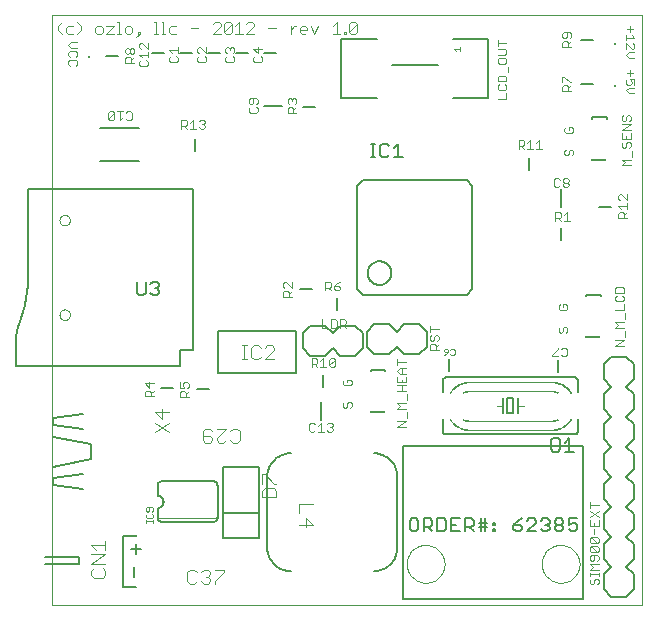
<source format=gto>
G75*
G70*
%OFA0B0*%
%FSLAX24Y24*%
%IPPOS*%
%LPD*%
%AMOC8*
5,1,8,0,0,1.08239X$1,22.5*
%
%ADD10C,0.0000*%
%ADD11C,0.0030*%
%ADD12C,0.0070*%
%ADD13C,0.0060*%
%ADD14C,0.0050*%
%ADD15C,0.0040*%
%ADD16C,0.0080*%
%ADD17C,0.0020*%
%ADD18C,0.0001*%
%ADD19R,0.0079X0.0079*%
D10*
X004202Y003014D02*
X004202Y022699D01*
X023887Y022699D01*
X023887Y003014D01*
X004202Y003014D01*
X004460Y012699D02*
X004462Y012725D01*
X004468Y012751D01*
X004477Y012775D01*
X004490Y012798D01*
X004507Y012818D01*
X004526Y012836D01*
X004548Y012851D01*
X004571Y012862D01*
X004596Y012870D01*
X004622Y012874D01*
X004648Y012874D01*
X004674Y012870D01*
X004699Y012862D01*
X004723Y012851D01*
X004744Y012836D01*
X004763Y012818D01*
X004780Y012798D01*
X004793Y012775D01*
X004802Y012751D01*
X004808Y012725D01*
X004810Y012699D01*
X004808Y012673D01*
X004802Y012647D01*
X004793Y012623D01*
X004780Y012600D01*
X004763Y012580D01*
X004744Y012562D01*
X004722Y012547D01*
X004699Y012536D01*
X004674Y012528D01*
X004648Y012524D01*
X004622Y012524D01*
X004596Y012528D01*
X004571Y012536D01*
X004547Y012547D01*
X004526Y012562D01*
X004507Y012580D01*
X004490Y012600D01*
X004477Y012623D01*
X004468Y012647D01*
X004462Y012673D01*
X004460Y012699D01*
X004460Y015849D02*
X004462Y015875D01*
X004468Y015901D01*
X004477Y015925D01*
X004490Y015948D01*
X004507Y015968D01*
X004526Y015986D01*
X004548Y016001D01*
X004571Y016012D01*
X004596Y016020D01*
X004622Y016024D01*
X004648Y016024D01*
X004674Y016020D01*
X004699Y016012D01*
X004723Y016001D01*
X004744Y015986D01*
X004763Y015968D01*
X004780Y015948D01*
X004793Y015925D01*
X004802Y015901D01*
X004808Y015875D01*
X004810Y015849D01*
X004808Y015823D01*
X004802Y015797D01*
X004793Y015773D01*
X004780Y015750D01*
X004763Y015730D01*
X004744Y015712D01*
X004722Y015697D01*
X004699Y015686D01*
X004674Y015678D01*
X004648Y015674D01*
X004622Y015674D01*
X004596Y015678D01*
X004571Y015686D01*
X004547Y015697D01*
X004526Y015712D01*
X004507Y015730D01*
X004490Y015750D01*
X004477Y015773D01*
X004468Y015797D01*
X004462Y015823D01*
X004460Y015849D01*
X016037Y004392D02*
X016039Y004442D01*
X016045Y004492D01*
X016055Y004541D01*
X016069Y004589D01*
X016086Y004636D01*
X016107Y004681D01*
X016132Y004725D01*
X016160Y004766D01*
X016192Y004805D01*
X016226Y004842D01*
X016263Y004876D01*
X016303Y004906D01*
X016345Y004933D01*
X016389Y004957D01*
X016435Y004978D01*
X016482Y004994D01*
X016530Y005007D01*
X016580Y005016D01*
X016629Y005021D01*
X016680Y005022D01*
X016730Y005019D01*
X016779Y005012D01*
X016828Y005001D01*
X016876Y004986D01*
X016922Y004968D01*
X016967Y004946D01*
X017010Y004920D01*
X017051Y004891D01*
X017090Y004859D01*
X017126Y004824D01*
X017158Y004786D01*
X017188Y004746D01*
X017215Y004703D01*
X017238Y004659D01*
X017257Y004613D01*
X017273Y004565D01*
X017285Y004516D01*
X017293Y004467D01*
X017297Y004417D01*
X017297Y004367D01*
X017293Y004317D01*
X017285Y004268D01*
X017273Y004219D01*
X017257Y004171D01*
X017238Y004125D01*
X017215Y004081D01*
X017188Y004038D01*
X017158Y003998D01*
X017126Y003960D01*
X017090Y003925D01*
X017051Y003893D01*
X017010Y003864D01*
X016967Y003838D01*
X016922Y003816D01*
X016876Y003798D01*
X016828Y003783D01*
X016779Y003772D01*
X016730Y003765D01*
X016680Y003762D01*
X016629Y003763D01*
X016580Y003768D01*
X016530Y003777D01*
X016482Y003790D01*
X016435Y003806D01*
X016389Y003827D01*
X016345Y003851D01*
X016303Y003878D01*
X016263Y003908D01*
X016226Y003942D01*
X016192Y003979D01*
X016160Y004018D01*
X016132Y004059D01*
X016107Y004103D01*
X016086Y004148D01*
X016069Y004195D01*
X016055Y004243D01*
X016045Y004292D01*
X016039Y004342D01*
X016037Y004392D01*
X020537Y004392D02*
X020539Y004442D01*
X020545Y004492D01*
X020555Y004541D01*
X020569Y004589D01*
X020586Y004636D01*
X020607Y004681D01*
X020632Y004725D01*
X020660Y004766D01*
X020692Y004805D01*
X020726Y004842D01*
X020763Y004876D01*
X020803Y004906D01*
X020845Y004933D01*
X020889Y004957D01*
X020935Y004978D01*
X020982Y004994D01*
X021030Y005007D01*
X021080Y005016D01*
X021129Y005021D01*
X021180Y005022D01*
X021230Y005019D01*
X021279Y005012D01*
X021328Y005001D01*
X021376Y004986D01*
X021422Y004968D01*
X021467Y004946D01*
X021510Y004920D01*
X021551Y004891D01*
X021590Y004859D01*
X021626Y004824D01*
X021658Y004786D01*
X021688Y004746D01*
X021715Y004703D01*
X021738Y004659D01*
X021757Y004613D01*
X021773Y004565D01*
X021785Y004516D01*
X021793Y004467D01*
X021797Y004417D01*
X021797Y004367D01*
X021793Y004317D01*
X021785Y004268D01*
X021773Y004219D01*
X021757Y004171D01*
X021738Y004125D01*
X021715Y004081D01*
X021688Y004038D01*
X021658Y003998D01*
X021626Y003960D01*
X021590Y003925D01*
X021551Y003893D01*
X021510Y003864D01*
X021467Y003838D01*
X021422Y003816D01*
X021376Y003798D01*
X021328Y003783D01*
X021279Y003772D01*
X021230Y003765D01*
X021180Y003762D01*
X021129Y003763D01*
X021080Y003768D01*
X021030Y003777D01*
X020982Y003790D01*
X020935Y003806D01*
X020889Y003827D01*
X020845Y003851D01*
X020803Y003878D01*
X020763Y003908D01*
X020726Y003942D01*
X020692Y003979D01*
X020660Y004018D01*
X020632Y004059D01*
X020607Y004103D01*
X020586Y004148D01*
X020569Y004195D01*
X020555Y004243D01*
X020545Y004292D01*
X020539Y004342D01*
X020537Y004392D01*
D11*
X022145Y004391D02*
X022435Y004391D01*
X022386Y004492D02*
X022435Y004541D01*
X022435Y004637D01*
X022386Y004686D01*
X022193Y004686D01*
X022145Y004637D01*
X022145Y004541D01*
X022193Y004492D01*
X022241Y004492D01*
X022290Y004541D01*
X022290Y004686D01*
X022386Y004787D02*
X022193Y004980D01*
X022386Y004980D01*
X022435Y004932D01*
X022435Y004835D01*
X022386Y004787D01*
X022193Y004787D01*
X022145Y004835D01*
X022145Y004932D01*
X022193Y004980D01*
X022193Y005081D02*
X022145Y005130D01*
X022145Y005227D01*
X022193Y005275D01*
X022386Y005081D01*
X022435Y005130D01*
X022435Y005227D01*
X022386Y005275D01*
X022193Y005275D01*
X022290Y005376D02*
X022290Y005570D01*
X022290Y005671D02*
X022290Y005768D01*
X022435Y005864D02*
X022435Y005671D01*
X022145Y005671D01*
X022145Y005864D01*
X022145Y005965D02*
X022435Y006159D01*
X022435Y005965D02*
X022145Y006159D01*
X022145Y006260D02*
X022145Y006454D01*
X022145Y006357D02*
X022435Y006357D01*
X022386Y005081D02*
X022193Y005081D01*
X022145Y004391D02*
X022241Y004294D01*
X022145Y004198D01*
X022435Y004198D01*
X022435Y004098D02*
X022435Y004001D01*
X022435Y004049D02*
X022145Y004049D01*
X022145Y004001D02*
X022145Y004098D01*
X022193Y003900D02*
X022145Y003852D01*
X022145Y003755D01*
X022193Y003706D01*
X022241Y003706D01*
X022290Y003755D01*
X022290Y003852D01*
X022338Y003900D01*
X022386Y003900D01*
X022435Y003852D01*
X022435Y003755D01*
X022386Y003706D01*
X016010Y008967D02*
X015720Y008967D01*
X016010Y009161D01*
X015720Y009161D01*
X016059Y009262D02*
X016059Y009455D01*
X016010Y009557D02*
X015720Y009557D01*
X015817Y009653D01*
X015720Y009750D01*
X016010Y009750D01*
X016059Y009851D02*
X016059Y010045D01*
X016010Y010146D02*
X015720Y010146D01*
X015865Y010146D02*
X015865Y010339D01*
X015865Y010441D02*
X015865Y010537D01*
X015720Y010441D02*
X016010Y010441D01*
X016010Y010634D01*
X016010Y010735D02*
X015817Y010735D01*
X015720Y010832D01*
X015817Y010929D01*
X016010Y010929D01*
X015865Y010929D02*
X015865Y010735D01*
X015720Y010634D02*
X015720Y010441D01*
X015720Y010339D02*
X016010Y010339D01*
X015720Y011030D02*
X015720Y011223D01*
X015720Y011127D02*
X016010Y011127D01*
X016805Y011529D02*
X016805Y011674D01*
X016854Y011722D01*
X016950Y011722D01*
X016999Y011674D01*
X016999Y011529D01*
X017096Y011529D02*
X016805Y011529D01*
X016999Y011626D02*
X017096Y011722D01*
X017047Y011824D02*
X017096Y011872D01*
X017096Y011969D01*
X017047Y012017D01*
X016999Y012017D01*
X016950Y011969D01*
X016950Y011872D01*
X016902Y011824D01*
X016854Y011824D01*
X016805Y011872D01*
X016805Y011969D01*
X016854Y012017D01*
X016805Y012118D02*
X016805Y012312D01*
X016805Y012215D02*
X017096Y012215D01*
X014202Y010488D02*
X014154Y010536D01*
X014057Y010536D01*
X014057Y010439D01*
X014154Y010343D02*
X014202Y010391D01*
X014202Y010488D01*
X014154Y010343D02*
X013960Y010343D01*
X013912Y010391D01*
X013912Y010488D01*
X013960Y010536D01*
X013600Y010958D02*
X013503Y010958D01*
X013455Y011006D01*
X013648Y011200D01*
X013648Y011006D01*
X013600Y010958D01*
X013455Y011006D02*
X013455Y011200D01*
X013503Y011248D01*
X013600Y011248D01*
X013648Y011200D01*
X013354Y010958D02*
X013160Y010958D01*
X013257Y010958D02*
X013257Y011248D01*
X013160Y011151D01*
X013059Y011103D02*
X013011Y011055D01*
X012865Y011055D01*
X012962Y011055D02*
X013059Y010958D01*
X013059Y011103D02*
X013059Y011200D01*
X013011Y011248D01*
X012865Y011248D01*
X012865Y010958D01*
X013960Y009788D02*
X013912Y009740D01*
X013912Y009643D01*
X013960Y009595D01*
X014009Y009595D01*
X014057Y009643D01*
X014057Y009740D01*
X014105Y009788D01*
X014154Y009788D01*
X014202Y009740D01*
X014202Y009643D01*
X014154Y009595D01*
X013564Y009046D02*
X013564Y008998D01*
X013515Y008949D01*
X013564Y008901D01*
X013564Y008853D01*
X013515Y008804D01*
X013419Y008804D01*
X013370Y008853D01*
X013269Y008804D02*
X013076Y008804D01*
X013172Y008804D02*
X013172Y009095D01*
X013076Y008998D01*
X012974Y009046D02*
X012926Y009095D01*
X012829Y009095D01*
X012781Y009046D01*
X012781Y008853D01*
X012829Y008804D01*
X012926Y008804D01*
X012974Y008853D01*
X013370Y009046D02*
X013419Y009095D01*
X013515Y009095D01*
X013564Y009046D01*
X013515Y008949D02*
X013467Y008949D01*
X013508Y012261D02*
X013653Y012261D01*
X013702Y012310D01*
X013702Y012503D01*
X013653Y012552D01*
X013508Y012552D01*
X013508Y012261D01*
X013407Y012261D02*
X013214Y012261D01*
X013214Y012552D01*
X013803Y012552D02*
X013803Y012261D01*
X013803Y012358D02*
X013948Y012358D01*
X013996Y012406D01*
X013996Y012503D01*
X013948Y012552D01*
X013803Y012552D01*
X013900Y012358D02*
X013996Y012261D01*
X013766Y013506D02*
X013669Y013506D01*
X013620Y013554D01*
X013620Y013651D01*
X013766Y013651D01*
X013814Y013603D01*
X013814Y013554D01*
X013766Y013506D01*
X013620Y013651D02*
X013717Y013748D01*
X013814Y013796D01*
X013519Y013748D02*
X013519Y013651D01*
X013471Y013603D01*
X013326Y013603D01*
X013423Y013603D02*
X013519Y013506D01*
X013326Y013506D02*
X013326Y013796D01*
X013471Y013796D01*
X013519Y013748D01*
X012197Y013786D02*
X012197Y013593D01*
X012004Y013786D01*
X011956Y013786D01*
X011907Y013738D01*
X011907Y013641D01*
X011956Y013593D01*
X011956Y013492D02*
X012052Y013492D01*
X012101Y013443D01*
X012101Y013298D01*
X012197Y013298D02*
X011907Y013298D01*
X011907Y013443D01*
X011956Y013492D01*
X012101Y013395D02*
X012197Y013492D01*
X008770Y010393D02*
X008770Y010297D01*
X008722Y010248D01*
X008625Y010248D02*
X008577Y010345D01*
X008577Y010393D01*
X008625Y010442D01*
X008722Y010442D01*
X008770Y010393D01*
X008625Y010248D02*
X008480Y010248D01*
X008480Y010442D01*
X008528Y010147D02*
X008625Y010147D01*
X008673Y010099D01*
X008673Y009954D01*
X008673Y010050D02*
X008770Y010147D01*
X008770Y009954D02*
X008480Y009954D01*
X008480Y010099D01*
X008528Y010147D01*
X007596Y010169D02*
X007500Y010072D01*
X007500Y010120D02*
X007500Y009975D01*
X007596Y009975D02*
X007306Y009975D01*
X007306Y010120D01*
X007355Y010169D01*
X007451Y010169D01*
X007500Y010120D01*
X007451Y010270D02*
X007451Y010463D01*
X007306Y010415D02*
X007451Y010270D01*
X007596Y010415D02*
X007306Y010415D01*
X008527Y018903D02*
X008527Y019194D01*
X008672Y019194D01*
X008720Y019145D01*
X008720Y019048D01*
X008672Y019000D01*
X008527Y019000D01*
X008624Y019000D02*
X008720Y018903D01*
X008821Y018903D02*
X009015Y018903D01*
X008918Y018903D02*
X008918Y019194D01*
X008821Y019097D01*
X009116Y019145D02*
X009165Y019194D01*
X009261Y019194D01*
X009310Y019145D01*
X009310Y019097D01*
X009261Y019048D01*
X009310Y019000D01*
X009310Y018952D01*
X009261Y018903D01*
X009165Y018903D01*
X009116Y018952D01*
X009213Y019048D02*
X009261Y019048D01*
X010777Y019475D02*
X010825Y019427D01*
X011018Y019427D01*
X011067Y019475D01*
X011067Y019572D01*
X011018Y019620D01*
X011018Y019721D02*
X011067Y019770D01*
X011067Y019866D01*
X011018Y019915D01*
X010825Y019915D01*
X010777Y019866D01*
X010777Y019770D01*
X010825Y019721D01*
X010873Y019721D01*
X010922Y019770D01*
X010922Y019915D01*
X010825Y019620D02*
X010777Y019572D01*
X010777Y019475D01*
X012068Y019425D02*
X012068Y019570D01*
X012116Y019619D01*
X012213Y019619D01*
X012261Y019570D01*
X012261Y019425D01*
X012358Y019425D02*
X012068Y019425D01*
X012261Y019522D02*
X012358Y019619D01*
X012310Y019720D02*
X012358Y019768D01*
X012358Y019865D01*
X012310Y019913D01*
X012261Y019913D01*
X012213Y019865D01*
X012213Y019817D01*
X012213Y019865D02*
X012164Y019913D01*
X012116Y019913D01*
X012068Y019865D01*
X012068Y019768D01*
X012116Y019720D01*
X011166Y021120D02*
X010973Y021120D01*
X010924Y021168D01*
X010924Y021265D01*
X010973Y021313D01*
X011070Y021414D02*
X011070Y021608D01*
X011215Y021559D02*
X010924Y021559D01*
X011070Y021414D01*
X011166Y021313D02*
X011215Y021265D01*
X011215Y021168D01*
X011166Y021120D01*
X010280Y021168D02*
X010231Y021120D01*
X010038Y021120D01*
X009989Y021168D01*
X009989Y021265D01*
X010038Y021313D01*
X010038Y021414D02*
X009989Y021463D01*
X009989Y021559D01*
X010038Y021608D01*
X010086Y021608D01*
X010135Y021559D01*
X010183Y021608D01*
X010231Y021608D01*
X010280Y021559D01*
X010280Y021463D01*
X010231Y021414D01*
X010231Y021313D02*
X010280Y021265D01*
X010280Y021168D01*
X010135Y021511D02*
X010135Y021559D01*
X010137Y022069D02*
X010014Y022069D01*
X009952Y022131D01*
X010199Y022378D01*
X010199Y022131D01*
X010137Y022069D01*
X010320Y022069D02*
X010567Y022069D01*
X010689Y022069D02*
X010935Y022316D01*
X010935Y022378D01*
X010874Y022439D01*
X010750Y022439D01*
X010689Y022378D01*
X010444Y022439D02*
X010444Y022069D01*
X010689Y022069D02*
X010935Y022069D01*
X011425Y022254D02*
X011672Y022254D01*
X012162Y022192D02*
X012285Y022316D01*
X012347Y022316D01*
X012469Y022254D02*
X012530Y022316D01*
X012654Y022316D01*
X012716Y022254D01*
X012716Y022192D01*
X012469Y022192D01*
X012469Y022131D02*
X012469Y022254D01*
X012469Y022131D02*
X012530Y022069D01*
X012654Y022069D01*
X012960Y022069D02*
X012837Y022316D01*
X013084Y022316D02*
X012960Y022069D01*
X013574Y022069D02*
X013821Y022069D01*
X013942Y022069D02*
X014004Y022069D01*
X014004Y022131D01*
X013942Y022131D01*
X013942Y022069D01*
X014126Y022131D02*
X014126Y022378D01*
X014188Y022439D01*
X014311Y022439D01*
X014373Y022378D01*
X014126Y022131D01*
X014188Y022069D01*
X014311Y022069D01*
X014373Y022131D01*
X014373Y022378D01*
X013697Y022439D02*
X013697Y022069D01*
X013574Y022316D02*
X013697Y022439D01*
X012162Y022316D02*
X012162Y022069D01*
X010444Y022439D02*
X010320Y022316D01*
X010199Y022378D02*
X010137Y022439D01*
X010014Y022439D01*
X009952Y022378D01*
X009952Y022131D01*
X009830Y022069D02*
X009584Y022069D01*
X009830Y022316D01*
X009830Y022378D01*
X009769Y022439D01*
X009645Y022439D01*
X009584Y022378D01*
X009094Y022254D02*
X008847Y022254D01*
X008357Y022316D02*
X008172Y022316D01*
X008110Y022254D01*
X008110Y022131D01*
X008172Y022069D01*
X008357Y022069D01*
X007988Y022069D02*
X007865Y022069D01*
X007926Y022069D02*
X007926Y022439D01*
X007865Y022439D01*
X007681Y022439D02*
X007681Y022069D01*
X007619Y022069D02*
X007743Y022069D01*
X007681Y022439D02*
X007619Y022439D01*
X007129Y022131D02*
X007067Y022131D01*
X007067Y022069D01*
X007129Y022069D01*
X007129Y022131D01*
X007129Y022069D02*
X007005Y021946D01*
X006822Y022069D02*
X006884Y022131D01*
X006884Y022254D01*
X006822Y022316D01*
X006699Y022316D01*
X006637Y022254D01*
X006637Y022131D01*
X006699Y022069D01*
X006822Y022069D01*
X006515Y022069D02*
X006392Y022069D01*
X006453Y022069D02*
X006453Y022439D01*
X006392Y022439D01*
X006270Y022316D02*
X006023Y022069D01*
X006270Y022069D01*
X006270Y022316D02*
X006023Y022316D01*
X005902Y022254D02*
X005840Y022316D01*
X005717Y022316D01*
X005655Y022254D01*
X005655Y022131D01*
X005717Y022069D01*
X005840Y022069D01*
X005902Y022131D01*
X005902Y022254D01*
X005164Y022192D02*
X005164Y022316D01*
X005041Y022439D01*
X004920Y022316D02*
X004734Y022316D01*
X004673Y022254D01*
X004673Y022131D01*
X004734Y022069D01*
X004920Y022069D01*
X005041Y022069D02*
X005164Y022192D01*
X005048Y021780D02*
X004854Y021780D01*
X004757Y021683D01*
X004854Y021587D01*
X005048Y021587D01*
X004999Y021485D02*
X004806Y021485D01*
X004757Y021437D01*
X004757Y021340D01*
X004806Y021292D01*
X004806Y021191D02*
X004757Y021142D01*
X004757Y021046D01*
X004806Y020997D01*
X004999Y020997D02*
X005048Y021046D01*
X005048Y021142D01*
X004999Y021191D01*
X004806Y021191D01*
X004999Y021292D02*
X005048Y021340D01*
X005048Y021437D01*
X004999Y021485D01*
X004551Y022069D02*
X004427Y022192D01*
X004427Y022316D01*
X004551Y022439D01*
X006655Y021537D02*
X006703Y021585D01*
X006751Y021585D01*
X006800Y021537D01*
X006800Y021440D01*
X006751Y021391D01*
X006703Y021391D01*
X006655Y021440D01*
X006655Y021537D01*
X006800Y021537D02*
X006848Y021585D01*
X006897Y021585D01*
X006945Y021537D01*
X006945Y021440D01*
X006897Y021391D01*
X006848Y021391D01*
X006800Y021440D01*
X006800Y021290D02*
X006703Y021290D01*
X006655Y021242D01*
X006655Y021097D01*
X006945Y021097D01*
X006848Y021097D02*
X006848Y021242D01*
X006800Y021290D01*
X006848Y021194D02*
X006945Y021290D01*
X007114Y021371D02*
X007405Y021371D01*
X007405Y021274D02*
X007405Y021468D01*
X007405Y021569D02*
X007211Y021762D01*
X007163Y021762D01*
X007114Y021714D01*
X007114Y021617D01*
X007163Y021569D01*
X007114Y021371D02*
X007211Y021274D01*
X007163Y021173D02*
X007114Y021125D01*
X007114Y021028D01*
X007163Y020980D01*
X007356Y020980D01*
X007405Y021028D01*
X007405Y021125D01*
X007356Y021173D01*
X007405Y021569D02*
X007405Y021762D01*
X008119Y021511D02*
X008410Y021511D01*
X008410Y021414D02*
X008410Y021608D01*
X008216Y021414D02*
X008119Y021511D01*
X008168Y021313D02*
X008119Y021265D01*
X008119Y021168D01*
X008168Y021120D01*
X008361Y021120D01*
X008410Y021168D01*
X008410Y021265D01*
X008361Y021313D01*
X009054Y021265D02*
X009054Y021168D01*
X009103Y021120D01*
X009296Y021120D01*
X009345Y021168D01*
X009345Y021265D01*
X009296Y021313D01*
X009345Y021414D02*
X009151Y021608D01*
X009103Y021608D01*
X009054Y021559D01*
X009054Y021463D01*
X009103Y021414D01*
X009103Y021313D02*
X009054Y021265D01*
X009345Y021414D02*
X009345Y021608D01*
X006873Y019425D02*
X006825Y019473D01*
X006728Y019473D01*
X006679Y019425D01*
X006578Y019473D02*
X006385Y019473D01*
X006482Y019473D02*
X006482Y019183D01*
X006578Y019280D01*
X006679Y019231D02*
X006728Y019183D01*
X006825Y019183D01*
X006873Y019231D01*
X006873Y019425D01*
X006284Y019425D02*
X006284Y019231D01*
X006235Y019183D01*
X006139Y019183D01*
X006090Y019231D01*
X006284Y019425D01*
X006235Y019473D01*
X006139Y019473D01*
X006090Y019425D01*
X006090Y019231D01*
X017607Y021543D02*
X017817Y021543D01*
X017817Y021473D02*
X017817Y021613D01*
X017677Y021473D02*
X017607Y021543D01*
X019763Y018524D02*
X019908Y018524D01*
X019956Y018475D01*
X019956Y018379D01*
X019908Y018330D01*
X019763Y018330D01*
X019763Y018234D02*
X019763Y018524D01*
X019860Y018330D02*
X019956Y018234D01*
X020057Y018234D02*
X020251Y018234D01*
X020154Y018234D02*
X020154Y018524D01*
X020057Y018427D01*
X020352Y018427D02*
X020449Y018524D01*
X020449Y018234D01*
X020352Y018234D02*
X020546Y018234D01*
X021294Y018155D02*
X021294Y018058D01*
X021342Y018010D01*
X021390Y018010D01*
X021439Y018058D01*
X021439Y018155D01*
X021487Y018203D01*
X021536Y018203D01*
X021584Y018155D01*
X021584Y018058D01*
X021536Y018010D01*
X021342Y018203D02*
X021294Y018155D01*
X021342Y018758D02*
X021536Y018758D01*
X021584Y018806D01*
X021584Y018903D01*
X021536Y018951D01*
X021439Y018951D01*
X021439Y018855D01*
X021342Y018951D02*
X021294Y018903D01*
X021294Y018806D01*
X021342Y018758D01*
X021420Y020150D02*
X021420Y020295D01*
X021372Y020343D01*
X021275Y020343D01*
X021227Y020295D01*
X021227Y020150D01*
X021517Y020150D01*
X021420Y020246D02*
X021517Y020343D01*
X021517Y020444D02*
X021469Y020444D01*
X021275Y020638D01*
X021227Y020638D01*
X021227Y020444D01*
X021227Y021620D02*
X021227Y021765D01*
X021275Y021813D01*
X021372Y021813D01*
X021420Y021765D01*
X021420Y021620D01*
X021420Y021716D02*
X021517Y021813D01*
X021469Y021914D02*
X021517Y021963D01*
X021517Y022059D01*
X021469Y022108D01*
X021275Y022108D01*
X021227Y022059D01*
X021227Y021963D01*
X021275Y021914D01*
X021324Y021914D01*
X021372Y021963D01*
X021372Y022108D01*
X021517Y021620D02*
X021227Y021620D01*
X023337Y021546D02*
X023337Y021740D01*
X023531Y021546D01*
X023579Y021546D01*
X023627Y021595D01*
X023627Y021691D01*
X023579Y021740D01*
X023627Y021938D02*
X023337Y021938D01*
X023337Y022034D02*
X023337Y021841D01*
X023531Y022034D02*
X023627Y021938D01*
X023482Y022136D02*
X023482Y022329D01*
X023386Y022232D02*
X023579Y022232D01*
X023627Y021445D02*
X023434Y021445D01*
X023337Y021348D01*
X023434Y021252D01*
X023627Y021252D01*
X023482Y020859D02*
X023482Y020666D01*
X023482Y020564D02*
X023531Y020468D01*
X023531Y020419D01*
X023482Y020371D01*
X023386Y020371D01*
X023337Y020419D01*
X023337Y020516D01*
X023386Y020564D01*
X023482Y020564D02*
X023627Y020564D01*
X023627Y020371D01*
X023627Y020270D02*
X023434Y020270D01*
X023337Y020173D01*
X023434Y020076D01*
X023627Y020076D01*
X023579Y020762D02*
X023386Y020762D01*
X023401Y019343D02*
X023449Y019343D01*
X023497Y019295D01*
X023497Y019198D01*
X023449Y019150D01*
X023352Y019198D02*
X023352Y019295D01*
X023401Y019343D01*
X023255Y019343D02*
X023207Y019295D01*
X023207Y019198D01*
X023255Y019150D01*
X023304Y019150D01*
X023352Y019198D01*
X023497Y019049D02*
X023207Y019049D01*
X023207Y018855D02*
X023497Y019049D01*
X023497Y018855D02*
X023207Y018855D01*
X023207Y018754D02*
X023207Y018561D01*
X023497Y018561D01*
X023497Y018754D01*
X023352Y018657D02*
X023352Y018561D01*
X023401Y018459D02*
X023449Y018459D01*
X023497Y018411D01*
X023497Y018314D01*
X023449Y018266D01*
X023352Y018314D02*
X023352Y018411D01*
X023401Y018459D01*
X023255Y018459D02*
X023207Y018411D01*
X023207Y018314D01*
X023255Y018266D01*
X023304Y018266D01*
X023352Y018314D01*
X023546Y018165D02*
X023546Y017971D01*
X023497Y017870D02*
X023207Y017870D01*
X023304Y017773D01*
X023207Y017677D01*
X023497Y017677D01*
X023382Y016705D02*
X023382Y016512D01*
X023188Y016705D01*
X023140Y016705D01*
X023092Y016657D01*
X023092Y016560D01*
X023140Y016512D01*
X023092Y016314D02*
X023382Y016314D01*
X023382Y016217D02*
X023382Y016411D01*
X023188Y016217D02*
X023092Y016314D01*
X023140Y016116D02*
X023237Y016116D01*
X023285Y016068D01*
X023285Y015922D01*
X023382Y015922D02*
X023092Y015922D01*
X023092Y016068D01*
X023140Y016116D01*
X023285Y016019D02*
X023382Y016116D01*
X021472Y015817D02*
X021278Y015817D01*
X021375Y015817D02*
X021375Y016107D01*
X021278Y016011D01*
X021177Y016059D02*
X021129Y016107D01*
X020984Y016107D01*
X020984Y015817D01*
X020984Y015914D02*
X021129Y015914D01*
X021177Y015962D01*
X021177Y016059D01*
X021080Y015914D02*
X021177Y015817D01*
X021087Y016956D02*
X020990Y016956D01*
X020942Y017005D01*
X020942Y017198D01*
X020990Y017246D01*
X021087Y017246D01*
X021135Y017198D01*
X021236Y017198D02*
X021236Y017150D01*
X021285Y017101D01*
X021382Y017101D01*
X021430Y017053D01*
X021430Y017005D01*
X021382Y016956D01*
X021285Y016956D01*
X021236Y017005D01*
X021236Y017053D01*
X021285Y017101D01*
X021382Y017101D02*
X021430Y017150D01*
X021430Y017198D01*
X021382Y017246D01*
X021285Y017246D01*
X021236Y017198D01*
X021135Y017005D02*
X021087Y016956D01*
X023029Y013630D02*
X022980Y013582D01*
X022980Y013436D01*
X023270Y013436D01*
X023270Y013582D01*
X023222Y013630D01*
X023029Y013630D01*
X023029Y013335D02*
X022980Y013287D01*
X022980Y013190D01*
X023029Y013142D01*
X023222Y013142D01*
X023270Y013190D01*
X023270Y013287D01*
X023222Y013335D01*
X023270Y013041D02*
X023270Y012847D01*
X022980Y012847D01*
X023319Y012746D02*
X023319Y012553D01*
X023270Y012451D02*
X022980Y012451D01*
X023077Y012355D01*
X022980Y012258D01*
X023270Y012258D01*
X023319Y012157D02*
X023319Y011963D01*
X023270Y011862D02*
X022980Y011862D01*
X022980Y011669D02*
X023270Y011862D01*
X023270Y011669D02*
X022980Y011669D01*
X021377Y011555D02*
X021377Y011361D01*
X021328Y011313D01*
X021232Y011313D01*
X021183Y011361D01*
X021082Y011313D02*
X020889Y011313D01*
X020889Y011361D01*
X021082Y011555D01*
X021082Y011603D01*
X021183Y011555D02*
X021232Y011603D01*
X021328Y011603D01*
X021377Y011555D01*
X021339Y012104D02*
X021387Y012153D01*
X021387Y012250D01*
X021339Y012298D01*
X021290Y012298D01*
X021242Y012250D01*
X021242Y012153D01*
X021194Y012104D01*
X021145Y012104D01*
X021097Y012153D01*
X021097Y012250D01*
X021145Y012298D01*
X021145Y012852D02*
X021339Y012852D01*
X021387Y012901D01*
X021387Y012998D01*
X021339Y013046D01*
X021242Y013046D01*
X021242Y012949D01*
X021145Y012852D02*
X021097Y012901D01*
X021097Y012998D01*
X021145Y013046D01*
D12*
X021186Y005909D02*
X021258Y005838D01*
X021258Y005766D01*
X021186Y005694D01*
X021043Y005694D01*
X020971Y005766D01*
X020971Y005838D01*
X021043Y005909D01*
X021186Y005909D01*
X021186Y005694D02*
X021258Y005622D01*
X021258Y005551D01*
X021186Y005479D01*
X021043Y005479D01*
X020971Y005551D01*
X020971Y005622D01*
X021043Y005694D01*
X020798Y005622D02*
X020798Y005551D01*
X020726Y005479D01*
X020583Y005479D01*
X020511Y005551D01*
X020337Y005479D02*
X020051Y005479D01*
X020337Y005766D01*
X020337Y005838D01*
X020266Y005909D01*
X020122Y005909D01*
X020051Y005838D01*
X019877Y005909D02*
X019734Y005838D01*
X019590Y005694D01*
X019805Y005694D01*
X019877Y005622D01*
X019877Y005551D01*
X019805Y005479D01*
X019662Y005479D01*
X019590Y005551D01*
X019590Y005694D01*
X018971Y005694D02*
X018900Y005694D01*
X018900Y005766D01*
X018971Y005766D01*
X018971Y005694D01*
X018971Y005551D02*
X018971Y005479D01*
X018900Y005479D01*
X018900Y005551D01*
X018971Y005551D01*
X018726Y005622D02*
X018439Y005622D01*
X018439Y005766D02*
X018654Y005766D01*
X018726Y005766D01*
X018654Y005909D02*
X018654Y005479D01*
X018511Y005479D02*
X018511Y005909D01*
X018266Y005838D02*
X018266Y005694D01*
X018194Y005622D01*
X017979Y005622D01*
X017979Y005479D02*
X017979Y005909D01*
X018194Y005909D01*
X018266Y005838D01*
X018122Y005622D02*
X018266Y005479D01*
X017805Y005479D02*
X017518Y005479D01*
X017518Y005909D01*
X017805Y005909D01*
X017662Y005694D02*
X017518Y005694D01*
X017345Y005551D02*
X017273Y005479D01*
X017058Y005479D01*
X017058Y005909D01*
X017273Y005909D01*
X017345Y005838D01*
X017345Y005551D01*
X016884Y005479D02*
X016741Y005622D01*
X016813Y005622D02*
X016598Y005622D01*
X016598Y005479D02*
X016598Y005909D01*
X016813Y005909D01*
X016884Y005838D01*
X016884Y005694D01*
X016813Y005622D01*
X016424Y005551D02*
X016424Y005838D01*
X016352Y005909D01*
X016209Y005909D01*
X016137Y005838D01*
X016137Y005551D01*
X016209Y005479D01*
X016352Y005479D01*
X016424Y005551D01*
X020511Y005838D02*
X020583Y005909D01*
X020726Y005909D01*
X020798Y005838D01*
X020798Y005766D01*
X020726Y005694D01*
X020798Y005622D01*
X020726Y005694D02*
X020654Y005694D01*
X021432Y005694D02*
X021575Y005766D01*
X021647Y005766D01*
X021719Y005694D01*
X021719Y005551D01*
X021647Y005479D01*
X021503Y005479D01*
X021432Y005551D01*
X021432Y005694D02*
X021432Y005909D01*
X021719Y005909D01*
X007174Y004880D02*
X006847Y004880D01*
X007011Y004717D02*
X007011Y005044D01*
X006932Y004290D02*
X006932Y003963D01*
D13*
X007880Y005789D02*
X009580Y005789D01*
X009603Y005791D01*
X009626Y005796D01*
X009648Y005805D01*
X009668Y005818D01*
X009686Y005833D01*
X009701Y005851D01*
X009714Y005871D01*
X009723Y005893D01*
X009728Y005916D01*
X009730Y005939D01*
X009730Y007029D01*
X009730Y006999D02*
X009728Y007022D01*
X009723Y007045D01*
X009714Y007067D01*
X009701Y007087D01*
X009686Y007105D01*
X009668Y007120D01*
X009648Y007133D01*
X009626Y007142D01*
X009603Y007147D01*
X009580Y007149D01*
X007880Y007149D01*
X007857Y007147D01*
X007834Y007142D01*
X007812Y007133D01*
X007792Y007120D01*
X007774Y007105D01*
X007759Y007087D01*
X007746Y007067D01*
X007737Y007045D01*
X007732Y007022D01*
X007730Y006999D01*
X007730Y007029D02*
X007730Y006659D01*
X007757Y006657D01*
X007784Y006652D01*
X007810Y006642D01*
X007834Y006630D01*
X007856Y006614D01*
X007876Y006596D01*
X007893Y006574D01*
X007908Y006551D01*
X007918Y006526D01*
X007926Y006500D01*
X007930Y006473D01*
X007930Y006445D01*
X007926Y006418D01*
X007918Y006392D01*
X007908Y006367D01*
X007893Y006344D01*
X007876Y006322D01*
X007856Y006304D01*
X007834Y006288D01*
X007810Y006276D01*
X007784Y006266D01*
X007757Y006261D01*
X007730Y006259D01*
X007730Y005939D01*
X007732Y005916D01*
X007737Y005893D01*
X007746Y005871D01*
X007759Y005851D01*
X007774Y005833D01*
X007792Y005818D01*
X007812Y005805D01*
X007834Y005796D01*
X007857Y005791D01*
X007880Y005789D01*
X014587Y013349D02*
X018030Y013349D01*
X018227Y013546D01*
X018227Y016990D01*
X018030Y017186D01*
X014587Y017186D01*
X014390Y016990D01*
X014390Y013546D01*
X014587Y013349D01*
X014733Y014087D02*
X014735Y014126D01*
X014741Y014165D01*
X014751Y014203D01*
X014764Y014240D01*
X014781Y014275D01*
X014801Y014309D01*
X014825Y014340D01*
X014852Y014369D01*
X014881Y014395D01*
X014913Y014418D01*
X014947Y014438D01*
X014983Y014454D01*
X015020Y014466D01*
X015059Y014475D01*
X015098Y014480D01*
X015137Y014481D01*
X015176Y014478D01*
X015215Y014471D01*
X015252Y014460D01*
X015289Y014446D01*
X015324Y014428D01*
X015357Y014407D01*
X015388Y014382D01*
X015416Y014355D01*
X015441Y014325D01*
X015463Y014292D01*
X015482Y014258D01*
X015497Y014222D01*
X015509Y014184D01*
X015517Y014146D01*
X015521Y014107D01*
X015521Y014067D01*
X015517Y014028D01*
X015509Y013990D01*
X015497Y013952D01*
X015482Y013916D01*
X015463Y013882D01*
X015441Y013849D01*
X015416Y013819D01*
X015388Y013792D01*
X015357Y013767D01*
X015324Y013746D01*
X015289Y013728D01*
X015252Y013714D01*
X015215Y013703D01*
X015176Y013696D01*
X015137Y013693D01*
X015098Y013694D01*
X015059Y013699D01*
X015020Y013708D01*
X014983Y013720D01*
X014947Y013736D01*
X014913Y013756D01*
X014881Y013779D01*
X014852Y013805D01*
X014825Y013834D01*
X014801Y013865D01*
X014781Y013899D01*
X014764Y013934D01*
X014751Y013971D01*
X014741Y014009D01*
X014735Y014048D01*
X014733Y014087D01*
X017341Y010608D02*
X021641Y010608D01*
X021658Y010606D01*
X021675Y010602D01*
X021691Y010595D01*
X021705Y010585D01*
X021718Y010572D01*
X021728Y010558D01*
X021735Y010542D01*
X021739Y010525D01*
X021741Y010508D01*
X021741Y010108D01*
X021741Y009208D02*
X021741Y008808D01*
X021739Y008791D01*
X021735Y008774D01*
X021728Y008758D01*
X021718Y008744D01*
X021705Y008731D01*
X021691Y008721D01*
X021675Y008714D01*
X021658Y008710D01*
X021641Y008708D01*
X017341Y008708D01*
X017324Y008710D01*
X017307Y008714D01*
X017291Y008721D01*
X017277Y008731D01*
X017264Y008744D01*
X017254Y008758D01*
X017247Y008774D01*
X017243Y008791D01*
X017241Y008808D01*
X017241Y009208D01*
X017241Y010108D02*
X017241Y010508D01*
X017243Y010525D01*
X017247Y010542D01*
X017254Y010558D01*
X017264Y010572D01*
X017277Y010585D01*
X017291Y010595D01*
X017307Y010602D01*
X017324Y010606D01*
X017341Y010608D01*
X019241Y009908D02*
X019241Y009658D01*
X019241Y009408D01*
X019391Y009408D02*
X019591Y009408D01*
X019591Y009908D01*
X019391Y009908D01*
X019391Y009408D01*
X019741Y009408D02*
X019741Y009658D01*
X019741Y009908D01*
D14*
X021082Y010786D02*
X021082Y011186D01*
X022027Y011951D02*
X022027Y011990D01*
X022027Y011951D02*
X022460Y011951D01*
X022460Y011990D01*
X022499Y013329D02*
X022499Y013368D01*
X022027Y013368D01*
X022027Y013329D01*
X021179Y015182D02*
X021179Y015582D01*
X021181Y016297D02*
X021181Y016897D01*
X020098Y017529D02*
X020098Y017929D01*
X018734Y019907D02*
X017592Y019907D01*
X018734Y019907D02*
X018734Y021876D01*
X017592Y021876D01*
X017081Y021009D02*
X015545Y021009D01*
X015033Y021876D02*
X013852Y021876D01*
X013852Y019907D01*
X015033Y019907D01*
X014984Y018393D02*
X014833Y018393D01*
X014909Y018393D02*
X014909Y017943D01*
X014984Y017943D02*
X014833Y017943D01*
X015140Y018018D02*
X015140Y018318D01*
X015215Y018393D01*
X015366Y018393D01*
X015441Y018318D01*
X015601Y018243D02*
X015751Y018393D01*
X015751Y017943D01*
X015601Y017943D02*
X015901Y017943D01*
X015441Y018018D02*
X015366Y017943D01*
X015215Y017943D01*
X015140Y018018D01*
X012993Y019620D02*
X012593Y019620D01*
X011866Y019665D02*
X011266Y019665D01*
X011286Y021420D02*
X011686Y021420D01*
X010751Y021420D02*
X010351Y021420D01*
X009816Y021420D02*
X009416Y021420D01*
X008881Y021420D02*
X008481Y021420D01*
X007945Y021420D02*
X007545Y021420D01*
X006420Y021321D02*
X006020Y021321D01*
X008976Y018568D02*
X008976Y018168D01*
X008927Y016875D02*
X008927Y011525D01*
X008477Y011525D01*
X008477Y010975D01*
X003027Y010975D01*
X003027Y011972D01*
X003026Y011972D02*
X003027Y012029D01*
X003032Y012087D01*
X003039Y012144D01*
X003050Y012200D01*
X003063Y012256D01*
X003079Y012311D01*
X003098Y012366D01*
X003427Y014145D02*
X003427Y016875D01*
X008927Y016875D01*
X007716Y013800D02*
X007791Y013725D01*
X007791Y013650D01*
X007716Y013575D01*
X007791Y013500D01*
X007791Y013425D01*
X007716Y013350D01*
X007566Y013350D01*
X007491Y013425D01*
X007331Y013425D02*
X007331Y013800D01*
X007491Y013725D02*
X007566Y013800D01*
X007716Y013800D01*
X007716Y013575D02*
X007641Y013575D01*
X007331Y013425D02*
X007256Y013350D01*
X007106Y013350D01*
X007031Y013425D01*
X007031Y013800D01*
X007860Y010253D02*
X008260Y010253D01*
X009033Y010205D02*
X009433Y010205D01*
X009901Y007629D02*
X009901Y006089D01*
X009901Y005239D01*
X011101Y005239D01*
X011101Y006089D01*
X011101Y007629D01*
X009901Y007629D01*
X011387Y007296D02*
X011387Y004933D01*
X011388Y004933D02*
X011390Y004879D01*
X011395Y004826D01*
X011404Y004773D01*
X011417Y004721D01*
X011433Y004669D01*
X011453Y004619D01*
X011476Y004571D01*
X011503Y004524D01*
X011532Y004479D01*
X011565Y004436D01*
X011600Y004396D01*
X011638Y004358D01*
X011678Y004323D01*
X011721Y004290D01*
X011766Y004261D01*
X011813Y004234D01*
X011861Y004211D01*
X011911Y004191D01*
X011963Y004175D01*
X012015Y004162D01*
X012068Y004153D01*
X012121Y004148D01*
X012175Y004146D01*
X011101Y006089D02*
X009901Y006089D01*
X011388Y007296D02*
X011390Y007350D01*
X011395Y007403D01*
X011404Y007456D01*
X011417Y007508D01*
X011433Y007560D01*
X011453Y007610D01*
X011476Y007658D01*
X011503Y007705D01*
X011532Y007750D01*
X011565Y007793D01*
X011600Y007833D01*
X011638Y007871D01*
X011678Y007906D01*
X011721Y007939D01*
X011766Y007968D01*
X011813Y007995D01*
X011861Y008018D01*
X011911Y008038D01*
X011963Y008054D01*
X012015Y008067D01*
X012068Y008076D01*
X012121Y008081D01*
X012175Y008083D01*
X013175Y009195D02*
X013175Y009795D01*
X013257Y010294D02*
X013257Y010694D01*
X014842Y010819D02*
X014842Y010859D01*
X015314Y010859D01*
X015314Y010819D01*
X015275Y009481D02*
X015275Y009441D01*
X014842Y009441D01*
X014842Y009481D01*
X014931Y008083D02*
X014985Y008081D01*
X015038Y008076D01*
X015091Y008067D01*
X015143Y008054D01*
X015195Y008038D01*
X015245Y008018D01*
X015293Y007995D01*
X015340Y007968D01*
X015385Y007939D01*
X015428Y007906D01*
X015468Y007871D01*
X015506Y007833D01*
X015541Y007793D01*
X015574Y007750D01*
X015603Y007705D01*
X015630Y007658D01*
X015653Y007610D01*
X015673Y007560D01*
X015689Y007508D01*
X015702Y007456D01*
X015711Y007403D01*
X015716Y007350D01*
X015718Y007296D01*
X015718Y004933D01*
X015716Y004879D01*
X015711Y004826D01*
X015702Y004773D01*
X015689Y004721D01*
X015673Y004669D01*
X015653Y004619D01*
X015630Y004571D01*
X015603Y004524D01*
X015574Y004479D01*
X015541Y004436D01*
X015506Y004396D01*
X015468Y004358D01*
X015428Y004323D01*
X015385Y004290D01*
X015340Y004261D01*
X015293Y004234D01*
X015245Y004211D01*
X015195Y004191D01*
X015143Y004175D01*
X015091Y004162D01*
X015038Y004153D01*
X014985Y004148D01*
X014931Y004146D01*
X020845Y008208D02*
X020920Y008133D01*
X021070Y008133D01*
X021145Y008208D01*
X021145Y008508D01*
X021070Y008583D01*
X020920Y008583D01*
X020845Y008508D01*
X020845Y008208D01*
X021305Y008133D02*
X021606Y008133D01*
X021455Y008133D02*
X021455Y008583D01*
X021305Y008433D01*
X017433Y010828D02*
X017433Y011228D01*
X013718Y012842D02*
X013718Y013242D01*
X012867Y013546D02*
X012467Y013546D01*
X005505Y008382D02*
X005505Y007882D01*
X004255Y007632D01*
X004255Y007257D02*
X005255Y007382D01*
X005255Y006882D02*
X004255Y007007D01*
X004255Y007257D01*
X004255Y008632D02*
X005505Y008382D01*
X005255Y008882D02*
X004255Y009007D01*
X004255Y009257D01*
X005255Y009382D01*
X006584Y005317D02*
X007017Y005317D01*
X007017Y005357D01*
X006584Y005317D02*
X006584Y003624D01*
X007017Y003624D01*
X005127Y004372D02*
X005127Y004609D01*
X003986Y004609D01*
X003986Y004372D02*
X005127Y004372D01*
X003099Y012365D02*
X003176Y012579D01*
X003242Y012797D01*
X003298Y013017D01*
X003344Y013240D01*
X003380Y013465D01*
X003406Y013691D01*
X003422Y013918D01*
X003427Y014145D01*
X021852Y020374D02*
X022252Y020374D01*
X022224Y019274D02*
X022224Y019234D01*
X022224Y019274D02*
X022696Y019274D01*
X022696Y019234D01*
X022657Y017896D02*
X022657Y017857D01*
X022224Y017857D01*
X022224Y017896D01*
X022457Y016301D02*
X022857Y016301D01*
X022252Y021844D02*
X021852Y021844D01*
D15*
X019360Y021754D02*
X019080Y021754D01*
X019080Y021847D02*
X019080Y021660D01*
X019080Y021553D02*
X019313Y021553D01*
X019360Y021506D01*
X019360Y021413D01*
X019313Y021366D01*
X019080Y021366D01*
X019127Y021258D02*
X019080Y021211D01*
X019080Y021118D01*
X019127Y021071D01*
X019313Y021071D01*
X019360Y021118D01*
X019360Y021211D01*
X019313Y021258D01*
X019127Y021258D01*
X019407Y020963D02*
X019407Y020777D01*
X019313Y020669D02*
X019360Y020622D01*
X019360Y020482D01*
X019080Y020482D01*
X019080Y020622D01*
X019127Y020669D01*
X019313Y020669D01*
X019313Y020374D02*
X019360Y020327D01*
X019360Y020234D01*
X019313Y020187D01*
X019127Y020187D01*
X019080Y020234D01*
X019080Y020327D01*
X019127Y020374D01*
X019360Y020079D02*
X019360Y019893D01*
X019080Y019893D01*
X011547Y011678D02*
X011393Y011678D01*
X011317Y011601D01*
X011163Y011601D02*
X011087Y011678D01*
X010933Y011678D01*
X010856Y011601D01*
X010856Y011294D01*
X010933Y011218D01*
X011087Y011218D01*
X011163Y011294D01*
X011317Y011218D02*
X011624Y011525D01*
X011624Y011601D01*
X011547Y011678D01*
X011624Y011218D02*
X011317Y011218D01*
X010703Y011218D02*
X010549Y011218D01*
X010626Y011218D02*
X010626Y011678D01*
X010549Y011678D02*
X010703Y011678D01*
X008110Y009468D02*
X007650Y009468D01*
X007880Y009238D01*
X007880Y009544D01*
X007650Y009084D02*
X008110Y008777D01*
X008110Y009084D02*
X007650Y008777D01*
X009236Y008820D02*
X009236Y008513D01*
X009312Y008436D01*
X009466Y008436D01*
X009543Y008513D01*
X009543Y008589D01*
X009466Y008666D01*
X009236Y008666D01*
X009236Y008820D02*
X009312Y008896D01*
X009466Y008896D01*
X009543Y008820D01*
X009696Y008896D02*
X010003Y008896D01*
X009696Y008589D01*
X009696Y008513D01*
X009773Y008436D01*
X009926Y008436D01*
X010003Y008513D01*
X010156Y008513D02*
X010233Y008436D01*
X010387Y008436D01*
X010463Y008513D01*
X010463Y008820D01*
X010387Y008896D01*
X010233Y008896D01*
X010156Y008820D01*
X011221Y007375D02*
X011298Y007375D01*
X011605Y007069D01*
X011681Y007069D01*
X011605Y006915D02*
X011298Y006915D01*
X011221Y006838D01*
X011221Y006608D01*
X011681Y006608D01*
X011681Y006838D01*
X011605Y006915D01*
X011221Y007069D02*
X011221Y007375D01*
X012435Y006383D02*
X012435Y006076D01*
X012665Y005923D02*
X012665Y005616D01*
X012435Y005693D02*
X012896Y005693D01*
X012665Y005923D01*
X012896Y006383D02*
X012435Y006383D01*
X009952Y004193D02*
X009952Y004116D01*
X009645Y003809D01*
X009645Y003733D01*
X009492Y003809D02*
X009415Y003733D01*
X009262Y003733D01*
X009185Y003809D01*
X009031Y003809D02*
X008955Y003733D01*
X008801Y003733D01*
X008725Y003809D01*
X008725Y004116D01*
X008801Y004193D01*
X008955Y004193D01*
X009031Y004116D01*
X009185Y004116D02*
X009262Y004193D01*
X009415Y004193D01*
X009492Y004116D01*
X009492Y004040D01*
X009415Y003963D01*
X009492Y003886D01*
X009492Y003809D01*
X009415Y003963D02*
X009338Y003963D01*
X009645Y004193D02*
X009952Y004193D01*
X005982Y004168D02*
X005982Y004014D01*
X005905Y003937D01*
X005598Y003937D01*
X005522Y004014D01*
X005522Y004168D01*
X005598Y004244D01*
X005522Y004398D02*
X005982Y004705D01*
X005522Y004705D01*
X005675Y004858D02*
X005522Y005012D01*
X005982Y005012D01*
X005982Y005165D02*
X005982Y004858D01*
X005982Y004398D02*
X005522Y004398D01*
X005905Y004244D02*
X005982Y004168D01*
D16*
X009749Y010758D02*
X009749Y012158D01*
X012329Y012158D01*
X012329Y010758D01*
X009749Y010758D01*
X012562Y011581D02*
X012562Y012081D01*
X012812Y012331D01*
X013312Y012331D01*
X013562Y012081D01*
X013812Y012331D01*
X014312Y012331D01*
X014562Y012081D01*
X014562Y011581D01*
X014312Y011331D01*
X013812Y011331D01*
X013562Y011581D01*
X013312Y011331D01*
X012812Y011331D01*
X012562Y011581D01*
X014710Y011622D02*
X014710Y012122D01*
X014960Y012372D01*
X015460Y012372D01*
X015710Y012122D01*
X015960Y012372D01*
X016460Y012372D01*
X016710Y012122D01*
X016710Y011622D01*
X016460Y011372D01*
X015960Y011372D01*
X015710Y011622D01*
X015460Y011372D01*
X014960Y011372D01*
X014710Y011622D01*
X015917Y008329D02*
X015917Y003211D01*
X021917Y003211D01*
X021917Y008329D01*
X015917Y008329D01*
X022600Y008551D02*
X022600Y009051D01*
X022850Y009301D01*
X022600Y009551D01*
X022600Y010051D01*
X022850Y010301D01*
X022600Y010551D01*
X022600Y011051D01*
X022850Y011301D01*
X023350Y011301D01*
X023600Y011051D01*
X023600Y010551D01*
X023350Y010301D01*
X023600Y010051D01*
X023600Y009551D01*
X023350Y009301D01*
X023600Y009051D01*
X023600Y008551D01*
X023350Y008301D01*
X023600Y008051D01*
X023600Y007551D01*
X023350Y007301D01*
X023600Y007051D01*
X023600Y006551D01*
X023350Y006301D01*
X023600Y006051D01*
X023600Y005551D01*
X023350Y005301D01*
X023600Y005051D01*
X023600Y004551D01*
X023350Y004301D01*
X023600Y004051D01*
X023600Y003551D01*
X023350Y003301D01*
X022850Y003301D01*
X022600Y003551D01*
X022600Y004051D01*
X022850Y004301D01*
X022600Y004551D01*
X022600Y005051D01*
X022850Y005301D01*
X022600Y005551D01*
X022600Y006051D01*
X022850Y006301D01*
X022600Y006551D01*
X022600Y007051D01*
X022850Y007301D01*
X022600Y007551D01*
X022600Y008051D01*
X022850Y008301D01*
X022600Y008551D01*
X007110Y017824D02*
X005821Y017824D01*
X005821Y018913D02*
X007110Y018913D01*
D17*
X017264Y011534D02*
X017264Y011497D01*
X017301Y011460D01*
X017411Y011460D01*
X017411Y011534D01*
X017374Y011570D01*
X017301Y011570D01*
X017264Y011534D01*
X017337Y011387D02*
X017411Y011460D01*
X017337Y011387D02*
X017264Y011350D01*
X017485Y011387D02*
X017522Y011350D01*
X017595Y011350D01*
X017632Y011387D01*
X017632Y011534D01*
X017595Y011570D01*
X017522Y011570D01*
X017485Y011534D01*
X018141Y010458D02*
X020841Y010458D01*
X020841Y010158D02*
X018141Y010158D01*
X019041Y009658D02*
X019241Y009658D01*
X019741Y009658D02*
X019941Y009658D01*
X020841Y009158D02*
X018141Y009158D01*
X018141Y008858D02*
X020841Y008858D01*
X009730Y005929D02*
X007730Y005929D01*
X007570Y005953D02*
X007570Y006026D01*
X007533Y006063D01*
X007533Y006137D02*
X007570Y006174D01*
X007570Y006247D01*
X007533Y006284D01*
X007386Y006284D01*
X007350Y006247D01*
X007350Y006174D01*
X007386Y006137D01*
X007423Y006137D01*
X007460Y006174D01*
X007460Y006284D01*
X007386Y006063D02*
X007350Y006026D01*
X007350Y005953D01*
X007386Y005916D01*
X007533Y005916D01*
X007570Y005953D01*
X007570Y005842D02*
X007570Y005769D01*
X007570Y005806D02*
X007350Y005806D01*
X007350Y005842D02*
X007350Y005769D01*
D18*
X017472Y009202D02*
X017488Y009213D01*
X017487Y009213D02*
X017520Y009168D01*
X017555Y009126D01*
X017594Y009087D01*
X017634Y009050D01*
X017678Y009017D01*
X017723Y008986D01*
X017771Y008959D01*
X017820Y008935D01*
X017871Y008914D01*
X017924Y008897D01*
X017977Y008884D01*
X018031Y008875D01*
X018086Y008869D01*
X018141Y008867D01*
X018141Y008849D01*
X018141Y008848D01*
X018084Y008850D01*
X018028Y008856D01*
X017973Y008866D01*
X017918Y008879D01*
X017865Y008896D01*
X017813Y008917D01*
X017762Y008942D01*
X017713Y008970D01*
X017667Y009001D01*
X017622Y009036D01*
X017580Y009073D01*
X017541Y009114D01*
X017505Y009157D01*
X017472Y009202D01*
X017472Y009203D01*
X017506Y009157D01*
X017542Y009114D01*
X017581Y009074D01*
X017623Y009037D01*
X017667Y009002D01*
X017714Y008971D01*
X017763Y008943D01*
X017813Y008918D01*
X017865Y008897D01*
X017919Y008880D01*
X017973Y008867D01*
X018029Y008857D01*
X018084Y008851D01*
X018141Y008849D01*
X018141Y008850D01*
X018084Y008852D01*
X018029Y008858D01*
X017973Y008868D01*
X017919Y008881D01*
X017866Y008898D01*
X017814Y008919D01*
X017763Y008944D01*
X017714Y008972D01*
X017668Y009003D01*
X017624Y009037D01*
X017582Y009075D01*
X017543Y009115D01*
X017506Y009158D01*
X017473Y009203D01*
X017474Y009204D01*
X017507Y009158D01*
X017543Y009116D01*
X017582Y009076D01*
X017624Y009038D01*
X017668Y009004D01*
X017715Y008973D01*
X017764Y008945D01*
X017814Y008920D01*
X017866Y008899D01*
X017919Y008882D01*
X017974Y008869D01*
X018029Y008859D01*
X018085Y008853D01*
X018141Y008851D01*
X018141Y008852D01*
X018085Y008854D01*
X018029Y008860D01*
X017974Y008870D01*
X017920Y008883D01*
X017866Y008900D01*
X017814Y008921D01*
X017764Y008946D01*
X017716Y008973D01*
X017669Y009005D01*
X017625Y009039D01*
X017583Y009076D01*
X017544Y009116D01*
X017508Y009159D01*
X017475Y009204D01*
X017476Y009205D01*
X017509Y009160D01*
X017545Y009117D01*
X017584Y009077D01*
X017625Y009040D01*
X017670Y009005D01*
X017716Y008974D01*
X017765Y008946D01*
X017815Y008922D01*
X017867Y008901D01*
X017920Y008884D01*
X017974Y008871D01*
X018029Y008861D01*
X018085Y008855D01*
X018141Y008853D01*
X018141Y008854D01*
X018085Y008856D01*
X018029Y008862D01*
X017974Y008871D01*
X017920Y008885D01*
X017867Y008902D01*
X017815Y008923D01*
X017765Y008947D01*
X017717Y008975D01*
X017670Y009006D01*
X017626Y009040D01*
X017585Y009078D01*
X017546Y009118D01*
X017510Y009160D01*
X017477Y009205D01*
X017477Y009206D01*
X017510Y009161D01*
X017546Y009118D01*
X017585Y009078D01*
X017627Y009041D01*
X017671Y009007D01*
X017717Y008976D01*
X017765Y008948D01*
X017816Y008924D01*
X017867Y008903D01*
X017920Y008886D01*
X017974Y008872D01*
X018029Y008863D01*
X018085Y008857D01*
X018141Y008855D01*
X018141Y008856D01*
X018085Y008858D01*
X018029Y008864D01*
X017975Y008873D01*
X017921Y008887D01*
X017868Y008904D01*
X017816Y008925D01*
X017766Y008949D01*
X017718Y008977D01*
X017671Y009008D01*
X017627Y009042D01*
X017586Y009079D01*
X017547Y009119D01*
X017511Y009162D01*
X017478Y009206D01*
X017479Y009207D01*
X017512Y009162D01*
X017548Y009120D01*
X017587Y009080D01*
X017628Y009043D01*
X017672Y009009D01*
X017718Y008978D01*
X017766Y008950D01*
X017816Y008926D01*
X017868Y008905D01*
X017921Y008888D01*
X017975Y008874D01*
X018030Y008865D01*
X018085Y008859D01*
X018141Y008857D01*
X018141Y008858D01*
X018085Y008860D01*
X018030Y008866D01*
X017975Y008875D01*
X017921Y008889D01*
X017868Y008906D01*
X017817Y008927D01*
X017767Y008951D01*
X017719Y008979D01*
X017673Y009009D01*
X017629Y009044D01*
X017587Y009081D01*
X017549Y009120D01*
X017513Y009163D01*
X017480Y009208D01*
X017481Y009208D01*
X017513Y009163D01*
X017549Y009121D01*
X017588Y009081D01*
X017629Y009044D01*
X017673Y009010D01*
X017719Y008979D01*
X017767Y008952D01*
X017817Y008928D01*
X017869Y008907D01*
X017921Y008890D01*
X017975Y008876D01*
X018030Y008867D01*
X018085Y008861D01*
X018141Y008859D01*
X018141Y008860D01*
X018085Y008862D01*
X018030Y008868D01*
X017975Y008877D01*
X017922Y008891D01*
X017869Y008908D01*
X017818Y008928D01*
X017768Y008953D01*
X017720Y008980D01*
X017674Y009011D01*
X017630Y009045D01*
X017589Y009082D01*
X017550Y009122D01*
X017514Y009164D01*
X017481Y009209D01*
X017482Y009209D01*
X017515Y009165D01*
X017551Y009122D01*
X017589Y009083D01*
X017631Y009046D01*
X017674Y009012D01*
X017720Y008981D01*
X017768Y008954D01*
X017818Y008929D01*
X017869Y008909D01*
X017922Y008892D01*
X017976Y008878D01*
X018030Y008869D01*
X018085Y008863D01*
X018141Y008861D01*
X018141Y008862D01*
X018085Y008864D01*
X018030Y008870D01*
X017976Y008879D01*
X017922Y008893D01*
X017870Y008910D01*
X017818Y008930D01*
X017769Y008954D01*
X017721Y008982D01*
X017675Y009013D01*
X017631Y009047D01*
X017590Y009083D01*
X017552Y009123D01*
X017516Y009165D01*
X017483Y009210D01*
X017484Y009210D01*
X017517Y009166D01*
X017552Y009124D01*
X017591Y009084D01*
X017632Y009047D01*
X017675Y009014D01*
X017721Y008983D01*
X017769Y008955D01*
X017819Y008931D01*
X017870Y008911D01*
X017923Y008894D01*
X017976Y008880D01*
X018030Y008871D01*
X018085Y008865D01*
X018141Y008863D01*
X018141Y008864D01*
X018085Y008866D01*
X018031Y008872D01*
X017976Y008881D01*
X017923Y008895D01*
X017870Y008912D01*
X017819Y008932D01*
X017770Y008956D01*
X017722Y008984D01*
X017676Y009014D01*
X017633Y009048D01*
X017591Y009085D01*
X017553Y009124D01*
X017517Y009167D01*
X017485Y009211D01*
X017486Y009212D01*
X017518Y009167D01*
X017554Y009125D01*
X017592Y009086D01*
X017633Y009049D01*
X017677Y009015D01*
X017722Y008984D01*
X017770Y008957D01*
X017820Y008933D01*
X017871Y008912D01*
X017923Y008896D01*
X017977Y008882D01*
X018031Y008873D01*
X018085Y008867D01*
X018141Y008865D01*
X018141Y008866D01*
X018086Y008868D01*
X018031Y008874D01*
X017977Y008883D01*
X017923Y008896D01*
X017871Y008913D01*
X017820Y008934D01*
X017771Y008958D01*
X017723Y008985D01*
X017677Y009016D01*
X017634Y009050D01*
X017593Y009086D01*
X017554Y009126D01*
X017519Y009168D01*
X017486Y009212D01*
X018141Y010167D02*
X018141Y010148D01*
X018141Y010149D02*
X018104Y010148D01*
X018067Y010143D01*
X018031Y010137D01*
X017996Y010127D01*
X017961Y010115D01*
X017927Y010100D01*
X017920Y010117D01*
X017919Y010117D01*
X017954Y010133D01*
X017990Y010145D01*
X018027Y010155D01*
X018064Y010162D01*
X018102Y010167D01*
X018141Y010168D01*
X018141Y010167D01*
X018102Y010166D01*
X018065Y010161D01*
X018027Y010154D01*
X017990Y010144D01*
X017954Y010132D01*
X017920Y010116D01*
X017920Y010115D01*
X017955Y010131D01*
X017991Y010143D01*
X018027Y010153D01*
X018065Y010160D01*
X018103Y010165D01*
X018141Y010166D01*
X018141Y010165D01*
X018103Y010164D01*
X018065Y010159D01*
X018028Y010152D01*
X017991Y010142D01*
X017955Y010130D01*
X017920Y010115D01*
X017921Y010114D01*
X017956Y010129D01*
X017991Y010141D01*
X018028Y010151D01*
X018065Y010158D01*
X018103Y010163D01*
X018141Y010164D01*
X018141Y010163D01*
X018103Y010162D01*
X018065Y010157D01*
X018028Y010150D01*
X017992Y010140D01*
X017956Y010128D01*
X017921Y010113D01*
X017922Y010112D01*
X017956Y010127D01*
X017992Y010139D01*
X018028Y010149D01*
X018065Y010156D01*
X018103Y010161D01*
X018141Y010162D01*
X018141Y010161D01*
X018103Y010160D01*
X018066Y010155D01*
X018029Y010148D01*
X017992Y010138D01*
X017957Y010126D01*
X017922Y010111D01*
X017923Y010110D01*
X017957Y010125D01*
X017992Y010138D01*
X018029Y010147D01*
X018066Y010154D01*
X018103Y010159D01*
X018141Y010160D01*
X018141Y010159D01*
X018103Y010158D01*
X018066Y010153D01*
X018029Y010146D01*
X017993Y010137D01*
X017957Y010124D01*
X017923Y010109D01*
X017924Y010108D01*
X017958Y010123D01*
X017993Y010136D01*
X018029Y010145D01*
X018066Y010152D01*
X018103Y010157D01*
X018141Y010158D01*
X018141Y010157D01*
X018103Y010156D01*
X018066Y010151D01*
X018029Y010144D01*
X017993Y010135D01*
X017958Y010122D01*
X017924Y010107D01*
X017924Y010106D01*
X017959Y010121D01*
X017994Y010134D01*
X018030Y010143D01*
X018066Y010150D01*
X018103Y010155D01*
X018141Y010156D01*
X018141Y010155D01*
X018103Y010154D01*
X018066Y010149D01*
X018030Y010142D01*
X017994Y010133D01*
X017959Y010120D01*
X017925Y010106D01*
X017925Y010105D01*
X017959Y010119D01*
X017994Y010132D01*
X018030Y010141D01*
X018067Y010148D01*
X018103Y010153D01*
X018141Y010154D01*
X018141Y010153D01*
X018103Y010152D01*
X018067Y010147D01*
X018030Y010140D01*
X017995Y010131D01*
X017960Y010119D01*
X017926Y010104D01*
X017926Y010103D01*
X017960Y010118D01*
X017995Y010130D01*
X018031Y010139D01*
X018067Y010146D01*
X018104Y010151D01*
X018141Y010152D01*
X018141Y010151D01*
X018104Y010150D01*
X018067Y010145D01*
X018031Y010139D01*
X017995Y010129D01*
X017960Y010117D01*
X017927Y010102D01*
X017927Y010101D01*
X017961Y010116D01*
X017995Y010128D01*
X018031Y010138D01*
X018067Y010144D01*
X018104Y010149D01*
X018141Y010150D01*
X017920Y009199D02*
X017928Y009216D01*
X017927Y009216D02*
X017961Y009201D01*
X017996Y009189D01*
X018031Y009179D01*
X018067Y009173D01*
X018104Y009168D01*
X018141Y009167D01*
X018141Y009149D01*
X018141Y009148D01*
X018102Y009149D01*
X018064Y009154D01*
X018027Y009161D01*
X017990Y009171D01*
X017954Y009183D01*
X017919Y009199D01*
X017920Y009200D01*
X017954Y009184D01*
X017990Y009172D01*
X018027Y009162D01*
X018065Y009155D01*
X018102Y009150D01*
X018141Y009149D01*
X018141Y009150D01*
X018103Y009151D01*
X018065Y009156D01*
X018027Y009163D01*
X017991Y009173D01*
X017955Y009185D01*
X017920Y009201D01*
X017955Y009186D01*
X017991Y009174D01*
X018028Y009164D01*
X018065Y009157D01*
X018103Y009152D01*
X018141Y009151D01*
X018141Y009152D01*
X018103Y009153D01*
X018065Y009158D01*
X018028Y009165D01*
X017991Y009175D01*
X017956Y009187D01*
X017921Y009202D01*
X017921Y009203D01*
X017956Y009188D01*
X017992Y009176D01*
X018028Y009166D01*
X018065Y009159D01*
X018103Y009154D01*
X018141Y009153D01*
X018141Y009154D01*
X018103Y009155D01*
X018065Y009160D01*
X018028Y009167D01*
X017992Y009177D01*
X017956Y009189D01*
X017922Y009204D01*
X017922Y009205D01*
X017957Y009190D01*
X017992Y009178D01*
X018029Y009168D01*
X018066Y009161D01*
X018103Y009156D01*
X018141Y009155D01*
X018141Y009156D01*
X018103Y009157D01*
X018066Y009162D01*
X018029Y009169D01*
X017992Y009178D01*
X017957Y009191D01*
X017923Y009206D01*
X017923Y009207D01*
X017957Y009192D01*
X017993Y009179D01*
X018029Y009170D01*
X018066Y009163D01*
X018103Y009158D01*
X018141Y009157D01*
X018141Y009158D01*
X018103Y009159D01*
X018066Y009164D01*
X018029Y009171D01*
X017993Y009180D01*
X017958Y009193D01*
X017924Y009208D01*
X017924Y009209D01*
X017958Y009194D01*
X017993Y009181D01*
X018029Y009172D01*
X018066Y009165D01*
X018103Y009160D01*
X018141Y009159D01*
X018141Y009160D01*
X018103Y009161D01*
X018066Y009166D01*
X018030Y009173D01*
X017994Y009182D01*
X017959Y009195D01*
X017924Y009210D01*
X017925Y009210D01*
X017959Y009196D01*
X017994Y009183D01*
X018030Y009174D01*
X018066Y009167D01*
X018103Y009162D01*
X018141Y009161D01*
X018141Y009162D01*
X018103Y009163D01*
X018067Y009168D01*
X018030Y009175D01*
X017994Y009184D01*
X017959Y009197D01*
X017925Y009211D01*
X017926Y009212D01*
X017960Y009197D01*
X017995Y009185D01*
X018030Y009176D01*
X018067Y009169D01*
X018103Y009164D01*
X018141Y009163D01*
X018141Y009164D01*
X018104Y009165D01*
X018067Y009170D01*
X018031Y009177D01*
X017995Y009186D01*
X017960Y009198D01*
X017926Y009213D01*
X017927Y009214D01*
X017960Y009199D01*
X017995Y009187D01*
X018031Y009177D01*
X018067Y009171D01*
X018104Y009166D01*
X018141Y009165D01*
X018141Y009166D01*
X018104Y009167D01*
X018067Y009172D01*
X018031Y009178D01*
X017995Y009188D01*
X017961Y009200D01*
X017927Y009215D01*
X018141Y010467D02*
X018141Y010448D01*
X018140Y010449D02*
X018086Y010447D01*
X018031Y010441D01*
X017977Y010432D01*
X017924Y010419D01*
X017871Y010402D01*
X017820Y010381D01*
X017771Y010357D01*
X017723Y010330D01*
X017678Y010299D01*
X017634Y010265D01*
X017593Y010229D01*
X017555Y010190D01*
X017520Y010148D01*
X017487Y010103D01*
X017472Y010113D01*
X017472Y010114D01*
X017505Y010159D01*
X017541Y010202D01*
X017580Y010243D01*
X017622Y010280D01*
X017667Y010315D01*
X017713Y010346D01*
X017762Y010374D01*
X017813Y010398D01*
X017865Y010419D01*
X017918Y010437D01*
X017973Y010450D01*
X018028Y010460D01*
X018084Y010466D01*
X018140Y010468D01*
X018140Y010467D01*
X018084Y010465D01*
X018028Y010459D01*
X017973Y010449D01*
X017919Y010436D01*
X017865Y010419D01*
X017813Y010398D01*
X017763Y010373D01*
X017714Y010345D01*
X017667Y010314D01*
X017623Y010279D01*
X017581Y010242D01*
X017542Y010202D01*
X017506Y010159D01*
X017472Y010113D01*
X017473Y010113D01*
X017506Y010158D01*
X017543Y010201D01*
X017582Y010241D01*
X017624Y010279D01*
X017668Y010313D01*
X017714Y010344D01*
X017763Y010372D01*
X017814Y010397D01*
X017866Y010418D01*
X017919Y010435D01*
X017973Y010448D01*
X018029Y010458D01*
X018084Y010464D01*
X018140Y010466D01*
X018140Y010465D01*
X018084Y010463D01*
X018029Y010457D01*
X017974Y010447D01*
X017919Y010434D01*
X017866Y010417D01*
X017814Y010396D01*
X017764Y010371D01*
X017715Y010343D01*
X017668Y010312D01*
X017624Y010278D01*
X017582Y010240D01*
X017543Y010200D01*
X017507Y010157D01*
X017474Y010112D01*
X017475Y010112D01*
X017508Y010157D01*
X017544Y010200D01*
X017583Y010240D01*
X017625Y010277D01*
X017669Y010311D01*
X017715Y010343D01*
X017764Y010370D01*
X017814Y010395D01*
X017866Y010416D01*
X017919Y010433D01*
X017974Y010446D01*
X018029Y010456D01*
X018085Y010462D01*
X018140Y010464D01*
X018140Y010463D01*
X018085Y010461D01*
X018029Y010455D01*
X017974Y010445D01*
X017920Y010432D01*
X017867Y010415D01*
X017815Y010394D01*
X017764Y010370D01*
X017716Y010342D01*
X017670Y010311D01*
X017625Y010276D01*
X017584Y010239D01*
X017545Y010199D01*
X017509Y010156D01*
X017476Y010111D01*
X017477Y010111D01*
X017510Y010156D01*
X017546Y010198D01*
X017584Y010238D01*
X017626Y010275D01*
X017670Y010310D01*
X017717Y010341D01*
X017765Y010369D01*
X017815Y010393D01*
X017867Y010414D01*
X017920Y010431D01*
X017974Y010445D01*
X018029Y010454D01*
X018085Y010460D01*
X018140Y010462D01*
X018140Y010461D01*
X018085Y010459D01*
X018029Y010453D01*
X017974Y010444D01*
X017920Y010430D01*
X017867Y010413D01*
X017816Y010392D01*
X017765Y010368D01*
X017717Y010340D01*
X017671Y010309D01*
X017627Y010275D01*
X017585Y010238D01*
X017546Y010198D01*
X017510Y010155D01*
X017477Y010110D01*
X017478Y010109D01*
X017511Y010154D01*
X017547Y010197D01*
X017586Y010237D01*
X017627Y010274D01*
X017671Y010308D01*
X017718Y010339D01*
X017766Y010367D01*
X017816Y010391D01*
X017868Y010412D01*
X017921Y010429D01*
X017975Y010443D01*
X018029Y010452D01*
X018085Y010458D01*
X018140Y010460D01*
X018140Y010459D01*
X018085Y010457D01*
X018030Y010451D01*
X017975Y010442D01*
X017921Y010428D01*
X017868Y010411D01*
X017816Y010390D01*
X017766Y010366D01*
X017718Y010338D01*
X017672Y010307D01*
X017628Y010273D01*
X017587Y010236D01*
X017548Y010196D01*
X017512Y010154D01*
X017479Y010109D01*
X017480Y010108D01*
X017513Y010153D01*
X017549Y010196D01*
X017587Y010235D01*
X017629Y010272D01*
X017673Y010306D01*
X017719Y010337D01*
X017767Y010365D01*
X017817Y010389D01*
X017868Y010410D01*
X017921Y010427D01*
X017975Y010441D01*
X018030Y010450D01*
X018085Y010456D01*
X018140Y010458D01*
X018140Y010457D01*
X018085Y010455D01*
X018030Y010449D01*
X017975Y010440D01*
X017921Y010426D01*
X017869Y010409D01*
X017817Y010388D01*
X017767Y010364D01*
X017719Y010337D01*
X017673Y010306D01*
X017629Y010272D01*
X017588Y010235D01*
X017549Y010195D01*
X017513Y010153D01*
X017481Y010108D01*
X017481Y010107D01*
X017514Y010152D01*
X017550Y010194D01*
X017589Y010234D01*
X017630Y010271D01*
X017674Y010305D01*
X017720Y010336D01*
X017768Y010363D01*
X017818Y010388D01*
X017869Y010408D01*
X017922Y010425D01*
X017975Y010439D01*
X018030Y010448D01*
X018085Y010454D01*
X018140Y010456D01*
X018140Y010455D01*
X018085Y010453D01*
X018030Y010447D01*
X017976Y010438D01*
X017922Y010424D01*
X017869Y010407D01*
X017818Y010387D01*
X017768Y010362D01*
X017720Y010335D01*
X017674Y010304D01*
X017631Y010270D01*
X017589Y010233D01*
X017551Y010194D01*
X017515Y010151D01*
X017482Y010107D01*
X017483Y010106D01*
X017516Y010151D01*
X017551Y010193D01*
X017590Y010232D01*
X017631Y010269D01*
X017675Y010303D01*
X017721Y010334D01*
X017769Y010362D01*
X017818Y010386D01*
X017870Y010406D01*
X017922Y010423D01*
X017976Y010437D01*
X018030Y010446D01*
X018085Y010452D01*
X018140Y010454D01*
X018140Y010453D01*
X018085Y010451D01*
X018030Y010445D01*
X017976Y010436D01*
X017922Y010422D01*
X017870Y010405D01*
X017819Y010385D01*
X017769Y010361D01*
X017721Y010333D01*
X017675Y010302D01*
X017632Y010269D01*
X017591Y010232D01*
X017552Y010192D01*
X017517Y010150D01*
X017484Y010106D01*
X017485Y010105D01*
X017517Y010149D01*
X017553Y010192D01*
X017591Y010231D01*
X017632Y010268D01*
X017676Y010302D01*
X017722Y010332D01*
X017770Y010360D01*
X017819Y010384D01*
X017870Y010404D01*
X017923Y010421D01*
X017976Y010435D01*
X018031Y010444D01*
X018085Y010450D01*
X018140Y010452D01*
X018140Y010451D01*
X018085Y010449D01*
X018031Y010443D01*
X017976Y010434D01*
X017923Y010420D01*
X017871Y010403D01*
X017820Y010383D01*
X017770Y010359D01*
X017722Y010331D01*
X017677Y010301D01*
X017633Y010267D01*
X017592Y010230D01*
X017554Y010191D01*
X017518Y010149D01*
X017486Y010104D01*
X017519Y010148D01*
X017554Y010190D01*
X017593Y010230D01*
X017634Y010266D01*
X017677Y010300D01*
X017723Y010331D01*
X017771Y010358D01*
X017820Y010382D01*
X017871Y010403D01*
X017923Y010419D01*
X017977Y010433D01*
X018031Y010442D01*
X018086Y010448D01*
X018140Y010450D01*
X020841Y008849D02*
X020841Y008868D01*
X020842Y008867D02*
X020896Y008869D01*
X020951Y008875D01*
X021005Y008884D01*
X021058Y008897D01*
X021111Y008914D01*
X021162Y008935D01*
X021211Y008959D01*
X021259Y008986D01*
X021304Y009017D01*
X021348Y009050D01*
X021388Y009087D01*
X021427Y009126D01*
X021462Y009168D01*
X021495Y009213D01*
X021510Y009202D01*
X021477Y009157D01*
X021441Y009114D01*
X021402Y009073D01*
X021360Y009036D01*
X021315Y009001D01*
X021269Y008970D01*
X021220Y008942D01*
X021169Y008918D01*
X021117Y008897D01*
X021064Y008879D01*
X021009Y008866D01*
X020954Y008856D01*
X020898Y008850D01*
X020842Y008848D01*
X020842Y008849D01*
X020898Y008851D01*
X020954Y008857D01*
X021009Y008867D01*
X021063Y008880D01*
X021117Y008897D01*
X021169Y008918D01*
X021219Y008943D01*
X021268Y008971D01*
X021315Y009002D01*
X021359Y009037D01*
X021401Y009074D01*
X021440Y009114D01*
X021476Y009157D01*
X021510Y009203D01*
X021509Y009203D01*
X021476Y009158D01*
X021439Y009115D01*
X021400Y009075D01*
X021358Y009037D01*
X021314Y009003D01*
X021268Y008972D01*
X021219Y008944D01*
X021168Y008919D01*
X021116Y008898D01*
X021063Y008881D01*
X021009Y008868D01*
X020953Y008858D01*
X020898Y008852D01*
X020842Y008850D01*
X020842Y008851D01*
X020898Y008853D01*
X020953Y008859D01*
X021008Y008869D01*
X021063Y008882D01*
X021116Y008899D01*
X021168Y008920D01*
X021218Y008945D01*
X021267Y008973D01*
X021314Y009004D01*
X021358Y009038D01*
X021400Y009076D01*
X021439Y009116D01*
X021475Y009158D01*
X021508Y009204D01*
X021507Y009204D01*
X021474Y009159D01*
X021438Y009116D01*
X021399Y009076D01*
X021357Y009039D01*
X021313Y009005D01*
X021267Y008973D01*
X021218Y008946D01*
X021168Y008921D01*
X021116Y008900D01*
X021063Y008883D01*
X021008Y008870D01*
X020953Y008860D01*
X020897Y008854D01*
X020842Y008852D01*
X020842Y008853D01*
X020897Y008855D01*
X020953Y008861D01*
X021008Y008871D01*
X021062Y008884D01*
X021115Y008901D01*
X021167Y008922D01*
X021218Y008946D01*
X021266Y008974D01*
X021312Y009005D01*
X021357Y009040D01*
X021398Y009077D01*
X021437Y009117D01*
X021473Y009160D01*
X021506Y009205D01*
X021505Y009205D01*
X021472Y009160D01*
X021436Y009118D01*
X021398Y009078D01*
X021356Y009041D01*
X021312Y009006D01*
X021265Y008975D01*
X021217Y008947D01*
X021167Y008923D01*
X021115Y008902D01*
X021062Y008885D01*
X021008Y008871D01*
X020953Y008862D01*
X020897Y008856D01*
X020842Y008854D01*
X020842Y008855D01*
X020897Y008857D01*
X020953Y008863D01*
X021008Y008872D01*
X021062Y008886D01*
X021115Y008903D01*
X021166Y008924D01*
X021217Y008948D01*
X021265Y008976D01*
X021311Y009007D01*
X021355Y009041D01*
X021397Y009078D01*
X021436Y009118D01*
X021472Y009161D01*
X021505Y009206D01*
X021504Y009206D01*
X021471Y009162D01*
X021435Y009119D01*
X021396Y009079D01*
X021355Y009042D01*
X021311Y009008D01*
X021264Y008977D01*
X021216Y008949D01*
X021166Y008925D01*
X021114Y008904D01*
X021061Y008887D01*
X021007Y008873D01*
X020953Y008864D01*
X020897Y008858D01*
X020842Y008856D01*
X020842Y008857D01*
X020897Y008859D01*
X020952Y008865D01*
X021007Y008874D01*
X021061Y008888D01*
X021114Y008905D01*
X021166Y008926D01*
X021216Y008950D01*
X021264Y008978D01*
X021310Y009009D01*
X021354Y009043D01*
X021395Y009080D01*
X021434Y009120D01*
X021470Y009162D01*
X021503Y009207D01*
X021502Y009208D01*
X021469Y009163D01*
X021433Y009120D01*
X021395Y009081D01*
X021353Y009044D01*
X021309Y009010D01*
X021263Y008979D01*
X021215Y008951D01*
X021165Y008927D01*
X021114Y008906D01*
X021061Y008889D01*
X021007Y008875D01*
X020952Y008866D01*
X020897Y008860D01*
X020842Y008858D01*
X020842Y008859D01*
X020897Y008861D01*
X020952Y008867D01*
X021007Y008876D01*
X021061Y008890D01*
X021113Y008907D01*
X021165Y008928D01*
X021215Y008952D01*
X021263Y008979D01*
X021309Y009010D01*
X021353Y009044D01*
X021394Y009081D01*
X021433Y009121D01*
X021469Y009163D01*
X021501Y009208D01*
X021501Y009209D01*
X021468Y009164D01*
X021432Y009122D01*
X021393Y009082D01*
X021352Y009045D01*
X021308Y009011D01*
X021262Y008980D01*
X021214Y008953D01*
X021164Y008928D01*
X021113Y008908D01*
X021060Y008891D01*
X021007Y008877D01*
X020952Y008868D01*
X020897Y008862D01*
X020842Y008860D01*
X020842Y008861D01*
X020897Y008863D01*
X020952Y008869D01*
X021006Y008878D01*
X021060Y008892D01*
X021113Y008909D01*
X021164Y008929D01*
X021214Y008954D01*
X021262Y008981D01*
X021308Y009012D01*
X021351Y009046D01*
X021393Y009083D01*
X021431Y009122D01*
X021467Y009165D01*
X021500Y009209D01*
X021499Y009210D01*
X021466Y009165D01*
X021430Y009123D01*
X021392Y009083D01*
X021351Y009047D01*
X021307Y009013D01*
X021261Y008982D01*
X021213Y008954D01*
X021164Y008930D01*
X021112Y008910D01*
X021060Y008893D01*
X021006Y008879D01*
X020952Y008870D01*
X020897Y008864D01*
X020842Y008862D01*
X020842Y008863D01*
X020897Y008865D01*
X020952Y008871D01*
X021006Y008880D01*
X021059Y008894D01*
X021112Y008911D01*
X021163Y008931D01*
X021213Y008955D01*
X021261Y008983D01*
X021307Y009014D01*
X021350Y009047D01*
X021391Y009084D01*
X021430Y009124D01*
X021465Y009166D01*
X021498Y009210D01*
X021497Y009211D01*
X021465Y009167D01*
X021429Y009124D01*
X021391Y009085D01*
X021349Y009048D01*
X021306Y009014D01*
X021260Y008984D01*
X021212Y008956D01*
X021163Y008932D01*
X021112Y008912D01*
X021059Y008895D01*
X021006Y008881D01*
X020951Y008872D01*
X020897Y008866D01*
X020842Y008864D01*
X020842Y008865D01*
X020897Y008867D01*
X020951Y008873D01*
X021006Y008882D01*
X021059Y008896D01*
X021111Y008912D01*
X021162Y008933D01*
X021212Y008957D01*
X021260Y008985D01*
X021305Y009015D01*
X021349Y009049D01*
X021390Y009086D01*
X021428Y009125D01*
X021464Y009167D01*
X021496Y009212D01*
X021463Y009168D01*
X021428Y009126D01*
X021389Y009086D01*
X021348Y009050D01*
X021305Y009016D01*
X021259Y008985D01*
X021211Y008958D01*
X021162Y008934D01*
X021111Y008913D01*
X021059Y008896D01*
X021005Y008883D01*
X020951Y008874D01*
X020896Y008868D01*
X020842Y008866D01*
X020841Y009149D02*
X020841Y009168D01*
X020841Y009167D02*
X020878Y009168D01*
X020915Y009173D01*
X020951Y009179D01*
X020986Y009189D01*
X021021Y009201D01*
X021055Y009216D01*
X021062Y009199D01*
X021063Y009199D01*
X021028Y009183D01*
X020992Y009171D01*
X020955Y009161D01*
X020918Y009154D01*
X020880Y009149D01*
X020841Y009148D01*
X020841Y009149D01*
X020880Y009150D01*
X020917Y009155D01*
X020955Y009162D01*
X020992Y009172D01*
X021028Y009184D01*
X021062Y009200D01*
X021062Y009201D01*
X021027Y009185D01*
X020991Y009173D01*
X020955Y009163D01*
X020917Y009156D01*
X020879Y009151D01*
X020841Y009150D01*
X020841Y009151D01*
X020879Y009152D01*
X020917Y009157D01*
X020954Y009164D01*
X020991Y009174D01*
X021027Y009186D01*
X021062Y009201D01*
X021061Y009202D01*
X021026Y009187D01*
X020991Y009175D01*
X020954Y009165D01*
X020917Y009158D01*
X020879Y009153D01*
X020841Y009152D01*
X020841Y009153D01*
X020879Y009154D01*
X020917Y009159D01*
X020954Y009166D01*
X020990Y009176D01*
X021026Y009188D01*
X021061Y009203D01*
X021060Y009204D01*
X021026Y009189D01*
X020990Y009177D01*
X020954Y009167D01*
X020917Y009160D01*
X020879Y009155D01*
X020841Y009154D01*
X020841Y009155D01*
X020879Y009156D01*
X020916Y009161D01*
X020953Y009168D01*
X020990Y009178D01*
X021025Y009190D01*
X021060Y009205D01*
X021059Y009206D01*
X021025Y009191D01*
X020990Y009178D01*
X020953Y009169D01*
X020916Y009162D01*
X020879Y009157D01*
X020841Y009156D01*
X020841Y009157D01*
X020879Y009158D01*
X020916Y009163D01*
X020953Y009170D01*
X020989Y009179D01*
X021025Y009192D01*
X021059Y009207D01*
X021058Y009208D01*
X021024Y009193D01*
X020989Y009180D01*
X020953Y009171D01*
X020916Y009164D01*
X020879Y009159D01*
X020841Y009158D01*
X020841Y009159D01*
X020879Y009160D01*
X020916Y009165D01*
X020953Y009172D01*
X020989Y009181D01*
X021024Y009194D01*
X021058Y009209D01*
X021058Y009210D01*
X021023Y009195D01*
X020988Y009182D01*
X020952Y009173D01*
X020916Y009166D01*
X020879Y009161D01*
X020841Y009160D01*
X020841Y009161D01*
X020879Y009162D01*
X020916Y009167D01*
X020952Y009174D01*
X020988Y009183D01*
X021023Y009196D01*
X021057Y009210D01*
X021057Y009211D01*
X021023Y009197D01*
X020988Y009184D01*
X020952Y009175D01*
X020915Y009168D01*
X020879Y009163D01*
X020841Y009162D01*
X020841Y009163D01*
X020879Y009164D01*
X020915Y009169D01*
X020952Y009176D01*
X020987Y009185D01*
X021022Y009197D01*
X021056Y009212D01*
X021056Y009213D01*
X021022Y009198D01*
X020987Y009186D01*
X020951Y009177D01*
X020915Y009170D01*
X020878Y009165D01*
X020841Y009164D01*
X020841Y009165D01*
X020878Y009166D01*
X020915Y009171D01*
X020951Y009177D01*
X020987Y009187D01*
X021022Y009199D01*
X021055Y009214D01*
X021055Y009215D01*
X021021Y009200D01*
X020987Y009188D01*
X020951Y009178D01*
X020915Y009172D01*
X020878Y009167D01*
X020841Y009166D01*
X021062Y010117D02*
X021054Y010100D01*
X021055Y010100D02*
X021021Y010115D01*
X020986Y010127D01*
X020951Y010137D01*
X020915Y010143D01*
X020878Y010148D01*
X020841Y010149D01*
X020841Y010167D01*
X020841Y010168D01*
X020880Y010167D01*
X020918Y010162D01*
X020955Y010155D01*
X020992Y010145D01*
X021028Y010133D01*
X021063Y010117D01*
X021062Y010116D01*
X021028Y010132D01*
X020992Y010144D01*
X020955Y010154D01*
X020917Y010161D01*
X020880Y010166D01*
X020841Y010167D01*
X020841Y010166D01*
X020879Y010165D01*
X020917Y010160D01*
X020955Y010153D01*
X020991Y010143D01*
X021027Y010131D01*
X021062Y010115D01*
X021027Y010130D01*
X020991Y010142D01*
X020954Y010152D01*
X020917Y010159D01*
X020879Y010164D01*
X020841Y010165D01*
X020841Y010164D01*
X020879Y010163D01*
X020917Y010158D01*
X020954Y010151D01*
X020991Y010141D01*
X021026Y010129D01*
X021061Y010114D01*
X021061Y010113D01*
X021026Y010128D01*
X020990Y010140D01*
X020954Y010150D01*
X020917Y010157D01*
X020879Y010162D01*
X020841Y010163D01*
X020841Y010162D01*
X020879Y010161D01*
X020917Y010156D01*
X020954Y010149D01*
X020990Y010139D01*
X021026Y010127D01*
X021060Y010112D01*
X021060Y010111D01*
X021025Y010126D01*
X020990Y010138D01*
X020953Y010148D01*
X020916Y010155D01*
X020879Y010160D01*
X020841Y010161D01*
X020841Y010160D01*
X020879Y010159D01*
X020916Y010154D01*
X020953Y010147D01*
X020990Y010138D01*
X021025Y010125D01*
X021059Y010110D01*
X021059Y010109D01*
X021025Y010124D01*
X020989Y010137D01*
X020953Y010146D01*
X020916Y010153D01*
X020879Y010158D01*
X020841Y010159D01*
X020841Y010158D01*
X020879Y010157D01*
X020916Y010152D01*
X020953Y010145D01*
X020989Y010136D01*
X021024Y010123D01*
X021058Y010108D01*
X021058Y010107D01*
X021024Y010122D01*
X020989Y010135D01*
X020953Y010144D01*
X020916Y010151D01*
X020879Y010156D01*
X020841Y010157D01*
X020841Y010156D01*
X020879Y010155D01*
X020916Y010150D01*
X020952Y010143D01*
X020988Y010134D01*
X021023Y010121D01*
X021058Y010106D01*
X021057Y010106D01*
X021023Y010120D01*
X020988Y010133D01*
X020952Y010142D01*
X020916Y010149D01*
X020879Y010154D01*
X020841Y010155D01*
X020841Y010154D01*
X020879Y010153D01*
X020915Y010148D01*
X020952Y010141D01*
X020988Y010132D01*
X021023Y010119D01*
X021057Y010105D01*
X021056Y010104D01*
X021022Y010119D01*
X020987Y010131D01*
X020952Y010140D01*
X020915Y010147D01*
X020879Y010152D01*
X020841Y010153D01*
X020841Y010152D01*
X020878Y010151D01*
X020915Y010146D01*
X020951Y010139D01*
X020987Y010130D01*
X021022Y010118D01*
X021056Y010103D01*
X021055Y010102D01*
X021022Y010117D01*
X020987Y010129D01*
X020951Y010139D01*
X020915Y010145D01*
X020878Y010150D01*
X020841Y010151D01*
X020841Y010150D01*
X020878Y010149D01*
X020915Y010144D01*
X020951Y010138D01*
X020987Y010128D01*
X021021Y010116D01*
X021055Y010101D01*
X021510Y010114D02*
X021494Y010103D01*
X021495Y010103D02*
X021462Y010148D01*
X021427Y010190D01*
X021388Y010229D01*
X021348Y010266D01*
X021304Y010299D01*
X021259Y010330D01*
X021211Y010357D01*
X021162Y010381D01*
X021111Y010402D01*
X021058Y010419D01*
X021005Y010432D01*
X020951Y010441D01*
X020896Y010447D01*
X020841Y010449D01*
X020841Y010467D01*
X020841Y010468D01*
X020898Y010466D01*
X020954Y010460D01*
X021009Y010450D01*
X021064Y010437D01*
X021117Y010420D01*
X021169Y010399D01*
X021220Y010374D01*
X021269Y010346D01*
X021315Y010315D01*
X021360Y010280D01*
X021402Y010243D01*
X021441Y010202D01*
X021477Y010159D01*
X021510Y010114D01*
X021510Y010113D01*
X021476Y010159D01*
X021440Y010202D01*
X021401Y010242D01*
X021359Y010279D01*
X021315Y010314D01*
X021268Y010345D01*
X021219Y010373D01*
X021169Y010398D01*
X021117Y010419D01*
X021063Y010436D01*
X021009Y010449D01*
X020953Y010459D01*
X020898Y010465D01*
X020841Y010467D01*
X020841Y010466D01*
X020898Y010464D01*
X020953Y010458D01*
X021009Y010448D01*
X021063Y010435D01*
X021116Y010418D01*
X021168Y010397D01*
X021219Y010372D01*
X021268Y010344D01*
X021314Y010313D01*
X021358Y010279D01*
X021400Y010241D01*
X021439Y010201D01*
X021476Y010158D01*
X021509Y010113D01*
X021508Y010112D01*
X021475Y010158D01*
X021439Y010200D01*
X021400Y010240D01*
X021358Y010278D01*
X021314Y010312D01*
X021267Y010343D01*
X021218Y010371D01*
X021168Y010396D01*
X021116Y010417D01*
X021063Y010434D01*
X021008Y010447D01*
X020953Y010457D01*
X020897Y010463D01*
X020841Y010465D01*
X020841Y010464D01*
X020897Y010462D01*
X020953Y010456D01*
X021008Y010446D01*
X021062Y010433D01*
X021116Y010416D01*
X021168Y010395D01*
X021218Y010370D01*
X021266Y010343D01*
X021313Y010311D01*
X021357Y010277D01*
X021399Y010240D01*
X021438Y010200D01*
X021474Y010157D01*
X021507Y010112D01*
X021506Y010111D01*
X021473Y010156D01*
X021437Y010199D01*
X021398Y010239D01*
X021357Y010276D01*
X021312Y010311D01*
X021266Y010342D01*
X021217Y010370D01*
X021167Y010394D01*
X021115Y010415D01*
X021062Y010432D01*
X021008Y010445D01*
X020953Y010455D01*
X020897Y010461D01*
X020841Y010463D01*
X020841Y010462D01*
X020897Y010460D01*
X020953Y010454D01*
X021008Y010445D01*
X021062Y010431D01*
X021115Y010414D01*
X021167Y010393D01*
X021217Y010369D01*
X021265Y010341D01*
X021312Y010310D01*
X021356Y010276D01*
X021397Y010238D01*
X021436Y010198D01*
X021472Y010156D01*
X021505Y010111D01*
X021505Y010110D01*
X021472Y010155D01*
X021436Y010198D01*
X021397Y010238D01*
X021355Y010275D01*
X021311Y010309D01*
X021265Y010340D01*
X021217Y010368D01*
X021166Y010392D01*
X021115Y010413D01*
X021062Y010430D01*
X021008Y010444D01*
X020953Y010453D01*
X020897Y010459D01*
X020841Y010461D01*
X020841Y010460D01*
X020897Y010458D01*
X020953Y010452D01*
X021007Y010443D01*
X021061Y010429D01*
X021114Y010412D01*
X021166Y010391D01*
X021216Y010367D01*
X021264Y010339D01*
X021311Y010308D01*
X021355Y010274D01*
X021396Y010237D01*
X021435Y010197D01*
X021471Y010154D01*
X021504Y010110D01*
X021503Y010109D01*
X021470Y010154D01*
X021434Y010196D01*
X021395Y010236D01*
X021354Y010273D01*
X021310Y010307D01*
X021264Y010338D01*
X021216Y010366D01*
X021166Y010390D01*
X021114Y010411D01*
X021061Y010428D01*
X021007Y010442D01*
X020952Y010451D01*
X020897Y010457D01*
X020841Y010459D01*
X020841Y010458D01*
X020897Y010456D01*
X020952Y010450D01*
X021007Y010441D01*
X021061Y010427D01*
X021114Y010410D01*
X021165Y010389D01*
X021215Y010365D01*
X021263Y010337D01*
X021309Y010307D01*
X021353Y010272D01*
X021395Y010235D01*
X021433Y010196D01*
X021469Y010153D01*
X021502Y010108D01*
X021501Y010108D01*
X021469Y010153D01*
X021433Y010195D01*
X021394Y010235D01*
X021353Y010272D01*
X021309Y010306D01*
X021263Y010337D01*
X021215Y010364D01*
X021165Y010388D01*
X021113Y010409D01*
X021061Y010426D01*
X021007Y010440D01*
X020952Y010449D01*
X020897Y010455D01*
X020841Y010457D01*
X020841Y010456D01*
X020897Y010454D01*
X020952Y010448D01*
X021007Y010439D01*
X021060Y010425D01*
X021113Y010408D01*
X021164Y010388D01*
X021214Y010363D01*
X021262Y010336D01*
X021308Y010305D01*
X021352Y010271D01*
X021393Y010234D01*
X021432Y010194D01*
X021468Y010152D01*
X021501Y010107D01*
X021500Y010107D01*
X021467Y010151D01*
X021431Y010194D01*
X021393Y010233D01*
X021351Y010270D01*
X021308Y010304D01*
X021262Y010335D01*
X021214Y010362D01*
X021164Y010387D01*
X021113Y010407D01*
X021060Y010424D01*
X021006Y010438D01*
X020952Y010447D01*
X020897Y010453D01*
X020841Y010455D01*
X020841Y010454D01*
X020897Y010452D01*
X020952Y010446D01*
X021006Y010437D01*
X021060Y010423D01*
X021112Y010406D01*
X021164Y010386D01*
X021213Y010362D01*
X021261Y010334D01*
X021307Y010303D01*
X021351Y010269D01*
X021392Y010233D01*
X021430Y010193D01*
X021466Y010151D01*
X021499Y010106D01*
X021498Y010106D01*
X021465Y010150D01*
X021430Y010192D01*
X021391Y010232D01*
X021350Y010269D01*
X021307Y010302D01*
X021261Y010333D01*
X021213Y010361D01*
X021163Y010385D01*
X021112Y010405D01*
X021059Y010422D01*
X021006Y010436D01*
X020952Y010445D01*
X020897Y010451D01*
X020841Y010453D01*
X020841Y010452D01*
X020897Y010450D01*
X020951Y010444D01*
X021006Y010435D01*
X021059Y010421D01*
X021112Y010404D01*
X021163Y010384D01*
X021212Y010360D01*
X021260Y010332D01*
X021306Y010302D01*
X021349Y010268D01*
X021391Y010231D01*
X021429Y010192D01*
X021465Y010149D01*
X021497Y010105D01*
X021496Y010104D01*
X021464Y010149D01*
X021428Y010191D01*
X021390Y010230D01*
X021349Y010267D01*
X021305Y010301D01*
X021260Y010332D01*
X021212Y010359D01*
X021162Y010383D01*
X021111Y010404D01*
X021059Y010420D01*
X021005Y010434D01*
X020951Y010443D01*
X020897Y010449D01*
X020841Y010451D01*
X020841Y010450D01*
X020896Y010448D01*
X020951Y010442D01*
X021005Y010433D01*
X021059Y010420D01*
X021111Y010403D01*
X021162Y010382D01*
X021211Y010358D01*
X021259Y010331D01*
X021305Y010300D01*
X021348Y010266D01*
X021389Y010230D01*
X021428Y010190D01*
X021463Y010148D01*
X021496Y010104D01*
D19*
X022962Y020335D03*
X022962Y021735D03*
X005432Y021282D03*
M02*

</source>
